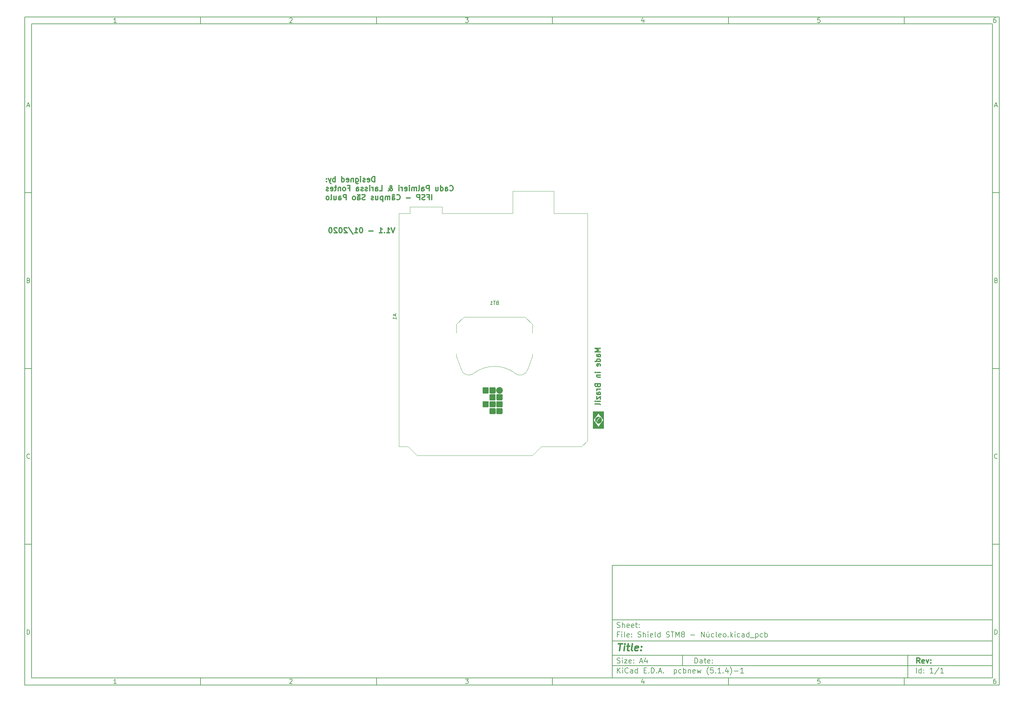
<source format=gbr>
G04 #@! TF.GenerationSoftware,KiCad,Pcbnew,(5.1.4)-1*
G04 #@! TF.CreationDate,2019-11-26T12:04:00-03:00*
G04 #@! TF.ProjectId,Shield STM8 - N_cleo,53686965-6c64-4205-9354-4d38202d204e,rev?*
G04 #@! TF.SameCoordinates,Original*
G04 #@! TF.FileFunction,Legend,Bot*
G04 #@! TF.FilePolarity,Positive*
%FSLAX46Y46*%
G04 Gerber Fmt 4.6, Leading zero omitted, Abs format (unit mm)*
G04 Created by KiCad (PCBNEW (5.1.4)-1) date 2019-11-26 12:04:00*
%MOMM*%
%LPD*%
G04 APERTURE LIST*
%ADD10C,0.100000*%
%ADD11C,0.150000*%
%ADD12C,0.300000*%
%ADD13C,0.400000*%
%ADD14C,0.010000*%
%ADD15C,0.120000*%
G04 APERTURE END LIST*
D10*
D11*
X177002200Y-166007200D02*
X177002200Y-198007200D01*
X285002200Y-198007200D01*
X285002200Y-166007200D01*
X177002200Y-166007200D01*
D10*
D11*
X10000000Y-10000000D02*
X10000000Y-200007200D01*
X287002200Y-200007200D01*
X287002200Y-10000000D01*
X10000000Y-10000000D01*
D10*
D11*
X12000000Y-12000000D02*
X12000000Y-198007200D01*
X285002200Y-198007200D01*
X285002200Y-12000000D01*
X12000000Y-12000000D01*
D10*
D11*
X60000000Y-12000000D02*
X60000000Y-10000000D01*
D10*
D11*
X110000000Y-12000000D02*
X110000000Y-10000000D01*
D10*
D11*
X160000000Y-12000000D02*
X160000000Y-10000000D01*
D10*
D11*
X210000000Y-12000000D02*
X210000000Y-10000000D01*
D10*
D11*
X260000000Y-12000000D02*
X260000000Y-10000000D01*
D10*
D11*
X36065476Y-11588095D02*
X35322619Y-11588095D01*
X35694047Y-11588095D02*
X35694047Y-10288095D01*
X35570238Y-10473809D01*
X35446428Y-10597619D01*
X35322619Y-10659523D01*
D10*
D11*
X85322619Y-10411904D02*
X85384523Y-10350000D01*
X85508333Y-10288095D01*
X85817857Y-10288095D01*
X85941666Y-10350000D01*
X86003571Y-10411904D01*
X86065476Y-10535714D01*
X86065476Y-10659523D01*
X86003571Y-10845238D01*
X85260714Y-11588095D01*
X86065476Y-11588095D01*
D10*
D11*
X135260714Y-10288095D02*
X136065476Y-10288095D01*
X135632142Y-10783333D01*
X135817857Y-10783333D01*
X135941666Y-10845238D01*
X136003571Y-10907142D01*
X136065476Y-11030952D01*
X136065476Y-11340476D01*
X136003571Y-11464285D01*
X135941666Y-11526190D01*
X135817857Y-11588095D01*
X135446428Y-11588095D01*
X135322619Y-11526190D01*
X135260714Y-11464285D01*
D10*
D11*
X185941666Y-10721428D02*
X185941666Y-11588095D01*
X185632142Y-10226190D02*
X185322619Y-11154761D01*
X186127380Y-11154761D01*
D10*
D11*
X236003571Y-10288095D02*
X235384523Y-10288095D01*
X235322619Y-10907142D01*
X235384523Y-10845238D01*
X235508333Y-10783333D01*
X235817857Y-10783333D01*
X235941666Y-10845238D01*
X236003571Y-10907142D01*
X236065476Y-11030952D01*
X236065476Y-11340476D01*
X236003571Y-11464285D01*
X235941666Y-11526190D01*
X235817857Y-11588095D01*
X235508333Y-11588095D01*
X235384523Y-11526190D01*
X235322619Y-11464285D01*
D10*
D11*
X285941666Y-10288095D02*
X285694047Y-10288095D01*
X285570238Y-10350000D01*
X285508333Y-10411904D01*
X285384523Y-10597619D01*
X285322619Y-10845238D01*
X285322619Y-11340476D01*
X285384523Y-11464285D01*
X285446428Y-11526190D01*
X285570238Y-11588095D01*
X285817857Y-11588095D01*
X285941666Y-11526190D01*
X286003571Y-11464285D01*
X286065476Y-11340476D01*
X286065476Y-11030952D01*
X286003571Y-10907142D01*
X285941666Y-10845238D01*
X285817857Y-10783333D01*
X285570238Y-10783333D01*
X285446428Y-10845238D01*
X285384523Y-10907142D01*
X285322619Y-11030952D01*
D10*
D11*
X60000000Y-198007200D02*
X60000000Y-200007200D01*
D10*
D11*
X110000000Y-198007200D02*
X110000000Y-200007200D01*
D10*
D11*
X160000000Y-198007200D02*
X160000000Y-200007200D01*
D10*
D11*
X210000000Y-198007200D02*
X210000000Y-200007200D01*
D10*
D11*
X260000000Y-198007200D02*
X260000000Y-200007200D01*
D10*
D11*
X36065476Y-199595295D02*
X35322619Y-199595295D01*
X35694047Y-199595295D02*
X35694047Y-198295295D01*
X35570238Y-198481009D01*
X35446428Y-198604819D01*
X35322619Y-198666723D01*
D10*
D11*
X85322619Y-198419104D02*
X85384523Y-198357200D01*
X85508333Y-198295295D01*
X85817857Y-198295295D01*
X85941666Y-198357200D01*
X86003571Y-198419104D01*
X86065476Y-198542914D01*
X86065476Y-198666723D01*
X86003571Y-198852438D01*
X85260714Y-199595295D01*
X86065476Y-199595295D01*
D10*
D11*
X135260714Y-198295295D02*
X136065476Y-198295295D01*
X135632142Y-198790533D01*
X135817857Y-198790533D01*
X135941666Y-198852438D01*
X136003571Y-198914342D01*
X136065476Y-199038152D01*
X136065476Y-199347676D01*
X136003571Y-199471485D01*
X135941666Y-199533390D01*
X135817857Y-199595295D01*
X135446428Y-199595295D01*
X135322619Y-199533390D01*
X135260714Y-199471485D01*
D10*
D11*
X185941666Y-198728628D02*
X185941666Y-199595295D01*
X185632142Y-198233390D02*
X185322619Y-199161961D01*
X186127380Y-199161961D01*
D10*
D11*
X236003571Y-198295295D02*
X235384523Y-198295295D01*
X235322619Y-198914342D01*
X235384523Y-198852438D01*
X235508333Y-198790533D01*
X235817857Y-198790533D01*
X235941666Y-198852438D01*
X236003571Y-198914342D01*
X236065476Y-199038152D01*
X236065476Y-199347676D01*
X236003571Y-199471485D01*
X235941666Y-199533390D01*
X235817857Y-199595295D01*
X235508333Y-199595295D01*
X235384523Y-199533390D01*
X235322619Y-199471485D01*
D10*
D11*
X285941666Y-198295295D02*
X285694047Y-198295295D01*
X285570238Y-198357200D01*
X285508333Y-198419104D01*
X285384523Y-198604819D01*
X285322619Y-198852438D01*
X285322619Y-199347676D01*
X285384523Y-199471485D01*
X285446428Y-199533390D01*
X285570238Y-199595295D01*
X285817857Y-199595295D01*
X285941666Y-199533390D01*
X286003571Y-199471485D01*
X286065476Y-199347676D01*
X286065476Y-199038152D01*
X286003571Y-198914342D01*
X285941666Y-198852438D01*
X285817857Y-198790533D01*
X285570238Y-198790533D01*
X285446428Y-198852438D01*
X285384523Y-198914342D01*
X285322619Y-199038152D01*
D10*
D11*
X10000000Y-60000000D02*
X12000000Y-60000000D01*
D10*
D11*
X10000000Y-110000000D02*
X12000000Y-110000000D01*
D10*
D11*
X10000000Y-160000000D02*
X12000000Y-160000000D01*
D10*
D11*
X10690476Y-35216666D02*
X11309523Y-35216666D01*
X10566666Y-35588095D02*
X11000000Y-34288095D01*
X11433333Y-35588095D01*
D10*
D11*
X11092857Y-84907142D02*
X11278571Y-84969047D01*
X11340476Y-85030952D01*
X11402380Y-85154761D01*
X11402380Y-85340476D01*
X11340476Y-85464285D01*
X11278571Y-85526190D01*
X11154761Y-85588095D01*
X10659523Y-85588095D01*
X10659523Y-84288095D01*
X11092857Y-84288095D01*
X11216666Y-84350000D01*
X11278571Y-84411904D01*
X11340476Y-84535714D01*
X11340476Y-84659523D01*
X11278571Y-84783333D01*
X11216666Y-84845238D01*
X11092857Y-84907142D01*
X10659523Y-84907142D01*
D10*
D11*
X11402380Y-135464285D02*
X11340476Y-135526190D01*
X11154761Y-135588095D01*
X11030952Y-135588095D01*
X10845238Y-135526190D01*
X10721428Y-135402380D01*
X10659523Y-135278571D01*
X10597619Y-135030952D01*
X10597619Y-134845238D01*
X10659523Y-134597619D01*
X10721428Y-134473809D01*
X10845238Y-134350000D01*
X11030952Y-134288095D01*
X11154761Y-134288095D01*
X11340476Y-134350000D01*
X11402380Y-134411904D01*
D10*
D11*
X10659523Y-185588095D02*
X10659523Y-184288095D01*
X10969047Y-184288095D01*
X11154761Y-184350000D01*
X11278571Y-184473809D01*
X11340476Y-184597619D01*
X11402380Y-184845238D01*
X11402380Y-185030952D01*
X11340476Y-185278571D01*
X11278571Y-185402380D01*
X11154761Y-185526190D01*
X10969047Y-185588095D01*
X10659523Y-185588095D01*
D10*
D11*
X287002200Y-60000000D02*
X285002200Y-60000000D01*
D10*
D11*
X287002200Y-110000000D02*
X285002200Y-110000000D01*
D10*
D11*
X287002200Y-160000000D02*
X285002200Y-160000000D01*
D10*
D11*
X285692676Y-35216666D02*
X286311723Y-35216666D01*
X285568866Y-35588095D02*
X286002200Y-34288095D01*
X286435533Y-35588095D01*
D10*
D11*
X286095057Y-84907142D02*
X286280771Y-84969047D01*
X286342676Y-85030952D01*
X286404580Y-85154761D01*
X286404580Y-85340476D01*
X286342676Y-85464285D01*
X286280771Y-85526190D01*
X286156961Y-85588095D01*
X285661723Y-85588095D01*
X285661723Y-84288095D01*
X286095057Y-84288095D01*
X286218866Y-84350000D01*
X286280771Y-84411904D01*
X286342676Y-84535714D01*
X286342676Y-84659523D01*
X286280771Y-84783333D01*
X286218866Y-84845238D01*
X286095057Y-84907142D01*
X285661723Y-84907142D01*
D10*
D11*
X286404580Y-135464285D02*
X286342676Y-135526190D01*
X286156961Y-135588095D01*
X286033152Y-135588095D01*
X285847438Y-135526190D01*
X285723628Y-135402380D01*
X285661723Y-135278571D01*
X285599819Y-135030952D01*
X285599819Y-134845238D01*
X285661723Y-134597619D01*
X285723628Y-134473809D01*
X285847438Y-134350000D01*
X286033152Y-134288095D01*
X286156961Y-134288095D01*
X286342676Y-134350000D01*
X286404580Y-134411904D01*
D10*
D11*
X285661723Y-185588095D02*
X285661723Y-184288095D01*
X285971247Y-184288095D01*
X286156961Y-184350000D01*
X286280771Y-184473809D01*
X286342676Y-184597619D01*
X286404580Y-184845238D01*
X286404580Y-185030952D01*
X286342676Y-185278571D01*
X286280771Y-185402380D01*
X286156961Y-185526190D01*
X285971247Y-185588095D01*
X285661723Y-185588095D01*
D10*
D11*
X200434342Y-193785771D02*
X200434342Y-192285771D01*
X200791485Y-192285771D01*
X201005771Y-192357200D01*
X201148628Y-192500057D01*
X201220057Y-192642914D01*
X201291485Y-192928628D01*
X201291485Y-193142914D01*
X201220057Y-193428628D01*
X201148628Y-193571485D01*
X201005771Y-193714342D01*
X200791485Y-193785771D01*
X200434342Y-193785771D01*
X202577200Y-193785771D02*
X202577200Y-193000057D01*
X202505771Y-192857200D01*
X202362914Y-192785771D01*
X202077200Y-192785771D01*
X201934342Y-192857200D01*
X202577200Y-193714342D02*
X202434342Y-193785771D01*
X202077200Y-193785771D01*
X201934342Y-193714342D01*
X201862914Y-193571485D01*
X201862914Y-193428628D01*
X201934342Y-193285771D01*
X202077200Y-193214342D01*
X202434342Y-193214342D01*
X202577200Y-193142914D01*
X203077200Y-192785771D02*
X203648628Y-192785771D01*
X203291485Y-192285771D02*
X203291485Y-193571485D01*
X203362914Y-193714342D01*
X203505771Y-193785771D01*
X203648628Y-193785771D01*
X204720057Y-193714342D02*
X204577200Y-193785771D01*
X204291485Y-193785771D01*
X204148628Y-193714342D01*
X204077200Y-193571485D01*
X204077200Y-193000057D01*
X204148628Y-192857200D01*
X204291485Y-192785771D01*
X204577200Y-192785771D01*
X204720057Y-192857200D01*
X204791485Y-193000057D01*
X204791485Y-193142914D01*
X204077200Y-193285771D01*
X205434342Y-193642914D02*
X205505771Y-193714342D01*
X205434342Y-193785771D01*
X205362914Y-193714342D01*
X205434342Y-193642914D01*
X205434342Y-193785771D01*
X205434342Y-192857200D02*
X205505771Y-192928628D01*
X205434342Y-193000057D01*
X205362914Y-192928628D01*
X205434342Y-192857200D01*
X205434342Y-193000057D01*
D10*
D11*
X177002200Y-194507200D02*
X285002200Y-194507200D01*
D10*
D11*
X178434342Y-196585771D02*
X178434342Y-195085771D01*
X179291485Y-196585771D02*
X178648628Y-195728628D01*
X179291485Y-195085771D02*
X178434342Y-195942914D01*
X179934342Y-196585771D02*
X179934342Y-195585771D01*
X179934342Y-195085771D02*
X179862914Y-195157200D01*
X179934342Y-195228628D01*
X180005771Y-195157200D01*
X179934342Y-195085771D01*
X179934342Y-195228628D01*
X181505771Y-196442914D02*
X181434342Y-196514342D01*
X181220057Y-196585771D01*
X181077200Y-196585771D01*
X180862914Y-196514342D01*
X180720057Y-196371485D01*
X180648628Y-196228628D01*
X180577200Y-195942914D01*
X180577200Y-195728628D01*
X180648628Y-195442914D01*
X180720057Y-195300057D01*
X180862914Y-195157200D01*
X181077200Y-195085771D01*
X181220057Y-195085771D01*
X181434342Y-195157200D01*
X181505771Y-195228628D01*
X182791485Y-196585771D02*
X182791485Y-195800057D01*
X182720057Y-195657200D01*
X182577200Y-195585771D01*
X182291485Y-195585771D01*
X182148628Y-195657200D01*
X182791485Y-196514342D02*
X182648628Y-196585771D01*
X182291485Y-196585771D01*
X182148628Y-196514342D01*
X182077200Y-196371485D01*
X182077200Y-196228628D01*
X182148628Y-196085771D01*
X182291485Y-196014342D01*
X182648628Y-196014342D01*
X182791485Y-195942914D01*
X184148628Y-196585771D02*
X184148628Y-195085771D01*
X184148628Y-196514342D02*
X184005771Y-196585771D01*
X183720057Y-196585771D01*
X183577200Y-196514342D01*
X183505771Y-196442914D01*
X183434342Y-196300057D01*
X183434342Y-195871485D01*
X183505771Y-195728628D01*
X183577200Y-195657200D01*
X183720057Y-195585771D01*
X184005771Y-195585771D01*
X184148628Y-195657200D01*
X186005771Y-195800057D02*
X186505771Y-195800057D01*
X186720057Y-196585771D02*
X186005771Y-196585771D01*
X186005771Y-195085771D01*
X186720057Y-195085771D01*
X187362914Y-196442914D02*
X187434342Y-196514342D01*
X187362914Y-196585771D01*
X187291485Y-196514342D01*
X187362914Y-196442914D01*
X187362914Y-196585771D01*
X188077200Y-196585771D02*
X188077200Y-195085771D01*
X188434342Y-195085771D01*
X188648628Y-195157200D01*
X188791485Y-195300057D01*
X188862914Y-195442914D01*
X188934342Y-195728628D01*
X188934342Y-195942914D01*
X188862914Y-196228628D01*
X188791485Y-196371485D01*
X188648628Y-196514342D01*
X188434342Y-196585771D01*
X188077200Y-196585771D01*
X189577200Y-196442914D02*
X189648628Y-196514342D01*
X189577200Y-196585771D01*
X189505771Y-196514342D01*
X189577200Y-196442914D01*
X189577200Y-196585771D01*
X190220057Y-196157200D02*
X190934342Y-196157200D01*
X190077200Y-196585771D02*
X190577200Y-195085771D01*
X191077200Y-196585771D01*
X191577200Y-196442914D02*
X191648628Y-196514342D01*
X191577200Y-196585771D01*
X191505771Y-196514342D01*
X191577200Y-196442914D01*
X191577200Y-196585771D01*
X194577200Y-195585771D02*
X194577200Y-197085771D01*
X194577200Y-195657200D02*
X194720057Y-195585771D01*
X195005771Y-195585771D01*
X195148628Y-195657200D01*
X195220057Y-195728628D01*
X195291485Y-195871485D01*
X195291485Y-196300057D01*
X195220057Y-196442914D01*
X195148628Y-196514342D01*
X195005771Y-196585771D01*
X194720057Y-196585771D01*
X194577200Y-196514342D01*
X196577200Y-196514342D02*
X196434342Y-196585771D01*
X196148628Y-196585771D01*
X196005771Y-196514342D01*
X195934342Y-196442914D01*
X195862914Y-196300057D01*
X195862914Y-195871485D01*
X195934342Y-195728628D01*
X196005771Y-195657200D01*
X196148628Y-195585771D01*
X196434342Y-195585771D01*
X196577200Y-195657200D01*
X197220057Y-196585771D02*
X197220057Y-195085771D01*
X197220057Y-195657200D02*
X197362914Y-195585771D01*
X197648628Y-195585771D01*
X197791485Y-195657200D01*
X197862914Y-195728628D01*
X197934342Y-195871485D01*
X197934342Y-196300057D01*
X197862914Y-196442914D01*
X197791485Y-196514342D01*
X197648628Y-196585771D01*
X197362914Y-196585771D01*
X197220057Y-196514342D01*
X198577200Y-195585771D02*
X198577200Y-196585771D01*
X198577200Y-195728628D02*
X198648628Y-195657200D01*
X198791485Y-195585771D01*
X199005771Y-195585771D01*
X199148628Y-195657200D01*
X199220057Y-195800057D01*
X199220057Y-196585771D01*
X200505771Y-196514342D02*
X200362914Y-196585771D01*
X200077200Y-196585771D01*
X199934342Y-196514342D01*
X199862914Y-196371485D01*
X199862914Y-195800057D01*
X199934342Y-195657200D01*
X200077200Y-195585771D01*
X200362914Y-195585771D01*
X200505771Y-195657200D01*
X200577200Y-195800057D01*
X200577200Y-195942914D01*
X199862914Y-196085771D01*
X201077200Y-195585771D02*
X201362914Y-196585771D01*
X201648628Y-195871485D01*
X201934342Y-196585771D01*
X202220057Y-195585771D01*
X204362914Y-197157200D02*
X204291485Y-197085771D01*
X204148628Y-196871485D01*
X204077200Y-196728628D01*
X204005771Y-196514342D01*
X203934342Y-196157200D01*
X203934342Y-195871485D01*
X204005771Y-195514342D01*
X204077200Y-195300057D01*
X204148628Y-195157200D01*
X204291485Y-194942914D01*
X204362914Y-194871485D01*
X205648628Y-195085771D02*
X204934342Y-195085771D01*
X204862914Y-195800057D01*
X204934342Y-195728628D01*
X205077200Y-195657200D01*
X205434342Y-195657200D01*
X205577200Y-195728628D01*
X205648628Y-195800057D01*
X205720057Y-195942914D01*
X205720057Y-196300057D01*
X205648628Y-196442914D01*
X205577200Y-196514342D01*
X205434342Y-196585771D01*
X205077200Y-196585771D01*
X204934342Y-196514342D01*
X204862914Y-196442914D01*
X206362914Y-196442914D02*
X206434342Y-196514342D01*
X206362914Y-196585771D01*
X206291485Y-196514342D01*
X206362914Y-196442914D01*
X206362914Y-196585771D01*
X207862914Y-196585771D02*
X207005771Y-196585771D01*
X207434342Y-196585771D02*
X207434342Y-195085771D01*
X207291485Y-195300057D01*
X207148628Y-195442914D01*
X207005771Y-195514342D01*
X208505771Y-196442914D02*
X208577200Y-196514342D01*
X208505771Y-196585771D01*
X208434342Y-196514342D01*
X208505771Y-196442914D01*
X208505771Y-196585771D01*
X209862914Y-195585771D02*
X209862914Y-196585771D01*
X209505771Y-195014342D02*
X209148628Y-196085771D01*
X210077200Y-196085771D01*
X210505771Y-197157200D02*
X210577200Y-197085771D01*
X210720057Y-196871485D01*
X210791485Y-196728628D01*
X210862914Y-196514342D01*
X210934342Y-196157200D01*
X210934342Y-195871485D01*
X210862914Y-195514342D01*
X210791485Y-195300057D01*
X210720057Y-195157200D01*
X210577200Y-194942914D01*
X210505771Y-194871485D01*
X211648628Y-196014342D02*
X212791485Y-196014342D01*
X214291485Y-196585771D02*
X213434342Y-196585771D01*
X213862914Y-196585771D02*
X213862914Y-195085771D01*
X213720057Y-195300057D01*
X213577200Y-195442914D01*
X213434342Y-195514342D01*
D10*
D11*
X177002200Y-191507200D02*
X285002200Y-191507200D01*
D10*
D12*
X264411485Y-193785771D02*
X263911485Y-193071485D01*
X263554342Y-193785771D02*
X263554342Y-192285771D01*
X264125771Y-192285771D01*
X264268628Y-192357200D01*
X264340057Y-192428628D01*
X264411485Y-192571485D01*
X264411485Y-192785771D01*
X264340057Y-192928628D01*
X264268628Y-193000057D01*
X264125771Y-193071485D01*
X263554342Y-193071485D01*
X265625771Y-193714342D02*
X265482914Y-193785771D01*
X265197200Y-193785771D01*
X265054342Y-193714342D01*
X264982914Y-193571485D01*
X264982914Y-193000057D01*
X265054342Y-192857200D01*
X265197200Y-192785771D01*
X265482914Y-192785771D01*
X265625771Y-192857200D01*
X265697200Y-193000057D01*
X265697200Y-193142914D01*
X264982914Y-193285771D01*
X266197200Y-192785771D02*
X266554342Y-193785771D01*
X266911485Y-192785771D01*
X267482914Y-193642914D02*
X267554342Y-193714342D01*
X267482914Y-193785771D01*
X267411485Y-193714342D01*
X267482914Y-193642914D01*
X267482914Y-193785771D01*
X267482914Y-192857200D02*
X267554342Y-192928628D01*
X267482914Y-193000057D01*
X267411485Y-192928628D01*
X267482914Y-192857200D01*
X267482914Y-193000057D01*
D10*
D11*
X178362914Y-193714342D02*
X178577200Y-193785771D01*
X178934342Y-193785771D01*
X179077200Y-193714342D01*
X179148628Y-193642914D01*
X179220057Y-193500057D01*
X179220057Y-193357200D01*
X179148628Y-193214342D01*
X179077200Y-193142914D01*
X178934342Y-193071485D01*
X178648628Y-193000057D01*
X178505771Y-192928628D01*
X178434342Y-192857200D01*
X178362914Y-192714342D01*
X178362914Y-192571485D01*
X178434342Y-192428628D01*
X178505771Y-192357200D01*
X178648628Y-192285771D01*
X179005771Y-192285771D01*
X179220057Y-192357200D01*
X179862914Y-193785771D02*
X179862914Y-192785771D01*
X179862914Y-192285771D02*
X179791485Y-192357200D01*
X179862914Y-192428628D01*
X179934342Y-192357200D01*
X179862914Y-192285771D01*
X179862914Y-192428628D01*
X180434342Y-192785771D02*
X181220057Y-192785771D01*
X180434342Y-193785771D01*
X181220057Y-193785771D01*
X182362914Y-193714342D02*
X182220057Y-193785771D01*
X181934342Y-193785771D01*
X181791485Y-193714342D01*
X181720057Y-193571485D01*
X181720057Y-193000057D01*
X181791485Y-192857200D01*
X181934342Y-192785771D01*
X182220057Y-192785771D01*
X182362914Y-192857200D01*
X182434342Y-193000057D01*
X182434342Y-193142914D01*
X181720057Y-193285771D01*
X183077200Y-193642914D02*
X183148628Y-193714342D01*
X183077200Y-193785771D01*
X183005771Y-193714342D01*
X183077200Y-193642914D01*
X183077200Y-193785771D01*
X183077200Y-192857200D02*
X183148628Y-192928628D01*
X183077200Y-193000057D01*
X183005771Y-192928628D01*
X183077200Y-192857200D01*
X183077200Y-193000057D01*
X184862914Y-193357200D02*
X185577200Y-193357200D01*
X184720057Y-193785771D02*
X185220057Y-192285771D01*
X185720057Y-193785771D01*
X186862914Y-192785771D02*
X186862914Y-193785771D01*
X186505771Y-192214342D02*
X186148628Y-193285771D01*
X187077200Y-193285771D01*
D10*
D11*
X263434342Y-196585771D02*
X263434342Y-195085771D01*
X264791485Y-196585771D02*
X264791485Y-195085771D01*
X264791485Y-196514342D02*
X264648628Y-196585771D01*
X264362914Y-196585771D01*
X264220057Y-196514342D01*
X264148628Y-196442914D01*
X264077200Y-196300057D01*
X264077200Y-195871485D01*
X264148628Y-195728628D01*
X264220057Y-195657200D01*
X264362914Y-195585771D01*
X264648628Y-195585771D01*
X264791485Y-195657200D01*
X265505771Y-196442914D02*
X265577200Y-196514342D01*
X265505771Y-196585771D01*
X265434342Y-196514342D01*
X265505771Y-196442914D01*
X265505771Y-196585771D01*
X265505771Y-195657200D02*
X265577200Y-195728628D01*
X265505771Y-195800057D01*
X265434342Y-195728628D01*
X265505771Y-195657200D01*
X265505771Y-195800057D01*
X268148628Y-196585771D02*
X267291485Y-196585771D01*
X267720057Y-196585771D02*
X267720057Y-195085771D01*
X267577200Y-195300057D01*
X267434342Y-195442914D01*
X267291485Y-195514342D01*
X269862914Y-195014342D02*
X268577200Y-196942914D01*
X271148628Y-196585771D02*
X270291485Y-196585771D01*
X270720057Y-196585771D02*
X270720057Y-195085771D01*
X270577200Y-195300057D01*
X270434342Y-195442914D01*
X270291485Y-195514342D01*
D10*
D11*
X177002200Y-187507200D02*
X285002200Y-187507200D01*
D10*
D13*
X178714580Y-188211961D02*
X179857438Y-188211961D01*
X179036009Y-190211961D02*
X179286009Y-188211961D01*
X180274104Y-190211961D02*
X180440771Y-188878628D01*
X180524104Y-188211961D02*
X180416961Y-188307200D01*
X180500295Y-188402438D01*
X180607438Y-188307200D01*
X180524104Y-188211961D01*
X180500295Y-188402438D01*
X181107438Y-188878628D02*
X181869342Y-188878628D01*
X181476485Y-188211961D02*
X181262200Y-189926247D01*
X181333628Y-190116723D01*
X181512200Y-190211961D01*
X181702676Y-190211961D01*
X182655057Y-190211961D02*
X182476485Y-190116723D01*
X182405057Y-189926247D01*
X182619342Y-188211961D01*
X184190771Y-190116723D02*
X183988390Y-190211961D01*
X183607438Y-190211961D01*
X183428866Y-190116723D01*
X183357438Y-189926247D01*
X183452676Y-189164342D01*
X183571723Y-188973866D01*
X183774104Y-188878628D01*
X184155057Y-188878628D01*
X184333628Y-188973866D01*
X184405057Y-189164342D01*
X184381247Y-189354819D01*
X183405057Y-189545295D01*
X185155057Y-190021485D02*
X185238390Y-190116723D01*
X185131247Y-190211961D01*
X185047914Y-190116723D01*
X185155057Y-190021485D01*
X185131247Y-190211961D01*
X185286009Y-188973866D02*
X185369342Y-189069104D01*
X185262200Y-189164342D01*
X185178866Y-189069104D01*
X185286009Y-188973866D01*
X185262200Y-189164342D01*
D10*
D11*
X178934342Y-185600057D02*
X178434342Y-185600057D01*
X178434342Y-186385771D02*
X178434342Y-184885771D01*
X179148628Y-184885771D01*
X179720057Y-186385771D02*
X179720057Y-185385771D01*
X179720057Y-184885771D02*
X179648628Y-184957200D01*
X179720057Y-185028628D01*
X179791485Y-184957200D01*
X179720057Y-184885771D01*
X179720057Y-185028628D01*
X180648628Y-186385771D02*
X180505771Y-186314342D01*
X180434342Y-186171485D01*
X180434342Y-184885771D01*
X181791485Y-186314342D02*
X181648628Y-186385771D01*
X181362914Y-186385771D01*
X181220057Y-186314342D01*
X181148628Y-186171485D01*
X181148628Y-185600057D01*
X181220057Y-185457200D01*
X181362914Y-185385771D01*
X181648628Y-185385771D01*
X181791485Y-185457200D01*
X181862914Y-185600057D01*
X181862914Y-185742914D01*
X181148628Y-185885771D01*
X182505771Y-186242914D02*
X182577200Y-186314342D01*
X182505771Y-186385771D01*
X182434342Y-186314342D01*
X182505771Y-186242914D01*
X182505771Y-186385771D01*
X182505771Y-185457200D02*
X182577200Y-185528628D01*
X182505771Y-185600057D01*
X182434342Y-185528628D01*
X182505771Y-185457200D01*
X182505771Y-185600057D01*
X184291485Y-186314342D02*
X184505771Y-186385771D01*
X184862914Y-186385771D01*
X185005771Y-186314342D01*
X185077200Y-186242914D01*
X185148628Y-186100057D01*
X185148628Y-185957200D01*
X185077200Y-185814342D01*
X185005771Y-185742914D01*
X184862914Y-185671485D01*
X184577200Y-185600057D01*
X184434342Y-185528628D01*
X184362914Y-185457200D01*
X184291485Y-185314342D01*
X184291485Y-185171485D01*
X184362914Y-185028628D01*
X184434342Y-184957200D01*
X184577200Y-184885771D01*
X184934342Y-184885771D01*
X185148628Y-184957200D01*
X185791485Y-186385771D02*
X185791485Y-184885771D01*
X186434342Y-186385771D02*
X186434342Y-185600057D01*
X186362914Y-185457200D01*
X186220057Y-185385771D01*
X186005771Y-185385771D01*
X185862914Y-185457200D01*
X185791485Y-185528628D01*
X187148628Y-186385771D02*
X187148628Y-185385771D01*
X187148628Y-184885771D02*
X187077200Y-184957200D01*
X187148628Y-185028628D01*
X187220057Y-184957200D01*
X187148628Y-184885771D01*
X187148628Y-185028628D01*
X188434342Y-186314342D02*
X188291485Y-186385771D01*
X188005771Y-186385771D01*
X187862914Y-186314342D01*
X187791485Y-186171485D01*
X187791485Y-185600057D01*
X187862914Y-185457200D01*
X188005771Y-185385771D01*
X188291485Y-185385771D01*
X188434342Y-185457200D01*
X188505771Y-185600057D01*
X188505771Y-185742914D01*
X187791485Y-185885771D01*
X189362914Y-186385771D02*
X189220057Y-186314342D01*
X189148628Y-186171485D01*
X189148628Y-184885771D01*
X190577200Y-186385771D02*
X190577200Y-184885771D01*
X190577200Y-186314342D02*
X190434342Y-186385771D01*
X190148628Y-186385771D01*
X190005771Y-186314342D01*
X189934342Y-186242914D01*
X189862914Y-186100057D01*
X189862914Y-185671485D01*
X189934342Y-185528628D01*
X190005771Y-185457200D01*
X190148628Y-185385771D01*
X190434342Y-185385771D01*
X190577200Y-185457200D01*
X192362914Y-186314342D02*
X192577200Y-186385771D01*
X192934342Y-186385771D01*
X193077200Y-186314342D01*
X193148628Y-186242914D01*
X193220057Y-186100057D01*
X193220057Y-185957200D01*
X193148628Y-185814342D01*
X193077200Y-185742914D01*
X192934342Y-185671485D01*
X192648628Y-185600057D01*
X192505771Y-185528628D01*
X192434342Y-185457200D01*
X192362914Y-185314342D01*
X192362914Y-185171485D01*
X192434342Y-185028628D01*
X192505771Y-184957200D01*
X192648628Y-184885771D01*
X193005771Y-184885771D01*
X193220057Y-184957200D01*
X193648628Y-184885771D02*
X194505771Y-184885771D01*
X194077200Y-186385771D02*
X194077200Y-184885771D01*
X195005771Y-186385771D02*
X195005771Y-184885771D01*
X195505771Y-185957200D01*
X196005771Y-184885771D01*
X196005771Y-186385771D01*
X196934342Y-185528628D02*
X196791485Y-185457200D01*
X196720057Y-185385771D01*
X196648628Y-185242914D01*
X196648628Y-185171485D01*
X196720057Y-185028628D01*
X196791485Y-184957200D01*
X196934342Y-184885771D01*
X197220057Y-184885771D01*
X197362914Y-184957200D01*
X197434342Y-185028628D01*
X197505771Y-185171485D01*
X197505771Y-185242914D01*
X197434342Y-185385771D01*
X197362914Y-185457200D01*
X197220057Y-185528628D01*
X196934342Y-185528628D01*
X196791485Y-185600057D01*
X196720057Y-185671485D01*
X196648628Y-185814342D01*
X196648628Y-186100057D01*
X196720057Y-186242914D01*
X196791485Y-186314342D01*
X196934342Y-186385771D01*
X197220057Y-186385771D01*
X197362914Y-186314342D01*
X197434342Y-186242914D01*
X197505771Y-186100057D01*
X197505771Y-185814342D01*
X197434342Y-185671485D01*
X197362914Y-185600057D01*
X197220057Y-185528628D01*
X199291485Y-185814342D02*
X200434342Y-185814342D01*
X202291485Y-186385771D02*
X202291485Y-184885771D01*
X203148628Y-186385771D01*
X203148628Y-184885771D01*
X204505771Y-185385771D02*
X204505771Y-186385771D01*
X203862914Y-185385771D02*
X203862914Y-186171485D01*
X203934342Y-186314342D01*
X204077200Y-186385771D01*
X204291485Y-186385771D01*
X204434342Y-186314342D01*
X204505771Y-186242914D01*
X204362914Y-184814342D02*
X204148628Y-185028628D01*
X205862914Y-186314342D02*
X205720057Y-186385771D01*
X205434342Y-186385771D01*
X205291485Y-186314342D01*
X205220057Y-186242914D01*
X205148628Y-186100057D01*
X205148628Y-185671485D01*
X205220057Y-185528628D01*
X205291485Y-185457200D01*
X205434342Y-185385771D01*
X205720057Y-185385771D01*
X205862914Y-185457200D01*
X206720057Y-186385771D02*
X206577200Y-186314342D01*
X206505771Y-186171485D01*
X206505771Y-184885771D01*
X207862914Y-186314342D02*
X207720057Y-186385771D01*
X207434342Y-186385771D01*
X207291485Y-186314342D01*
X207220057Y-186171485D01*
X207220057Y-185600057D01*
X207291485Y-185457200D01*
X207434342Y-185385771D01*
X207720057Y-185385771D01*
X207862914Y-185457200D01*
X207934342Y-185600057D01*
X207934342Y-185742914D01*
X207220057Y-185885771D01*
X208791485Y-186385771D02*
X208648628Y-186314342D01*
X208577200Y-186242914D01*
X208505771Y-186100057D01*
X208505771Y-185671485D01*
X208577200Y-185528628D01*
X208648628Y-185457200D01*
X208791485Y-185385771D01*
X209005771Y-185385771D01*
X209148628Y-185457200D01*
X209220057Y-185528628D01*
X209291485Y-185671485D01*
X209291485Y-186100057D01*
X209220057Y-186242914D01*
X209148628Y-186314342D01*
X209005771Y-186385771D01*
X208791485Y-186385771D01*
X209934342Y-186242914D02*
X210005771Y-186314342D01*
X209934342Y-186385771D01*
X209862914Y-186314342D01*
X209934342Y-186242914D01*
X209934342Y-186385771D01*
X210648628Y-186385771D02*
X210648628Y-184885771D01*
X210791485Y-185814342D02*
X211220057Y-186385771D01*
X211220057Y-185385771D02*
X210648628Y-185957200D01*
X211862914Y-186385771D02*
X211862914Y-185385771D01*
X211862914Y-184885771D02*
X211791485Y-184957200D01*
X211862914Y-185028628D01*
X211934342Y-184957200D01*
X211862914Y-184885771D01*
X211862914Y-185028628D01*
X213220057Y-186314342D02*
X213077200Y-186385771D01*
X212791485Y-186385771D01*
X212648628Y-186314342D01*
X212577200Y-186242914D01*
X212505771Y-186100057D01*
X212505771Y-185671485D01*
X212577200Y-185528628D01*
X212648628Y-185457200D01*
X212791485Y-185385771D01*
X213077200Y-185385771D01*
X213220057Y-185457200D01*
X214505771Y-186385771D02*
X214505771Y-185600057D01*
X214434342Y-185457200D01*
X214291485Y-185385771D01*
X214005771Y-185385771D01*
X213862914Y-185457200D01*
X214505771Y-186314342D02*
X214362914Y-186385771D01*
X214005771Y-186385771D01*
X213862914Y-186314342D01*
X213791485Y-186171485D01*
X213791485Y-186028628D01*
X213862914Y-185885771D01*
X214005771Y-185814342D01*
X214362914Y-185814342D01*
X214505771Y-185742914D01*
X215862914Y-186385771D02*
X215862914Y-184885771D01*
X215862914Y-186314342D02*
X215720057Y-186385771D01*
X215434342Y-186385771D01*
X215291485Y-186314342D01*
X215220057Y-186242914D01*
X215148628Y-186100057D01*
X215148628Y-185671485D01*
X215220057Y-185528628D01*
X215291485Y-185457200D01*
X215434342Y-185385771D01*
X215720057Y-185385771D01*
X215862914Y-185457200D01*
X216220057Y-186528628D02*
X217362914Y-186528628D01*
X217720057Y-185385771D02*
X217720057Y-186885771D01*
X217720057Y-185457200D02*
X217862914Y-185385771D01*
X218148628Y-185385771D01*
X218291485Y-185457200D01*
X218362914Y-185528628D01*
X218434342Y-185671485D01*
X218434342Y-186100057D01*
X218362914Y-186242914D01*
X218291485Y-186314342D01*
X218148628Y-186385771D01*
X217862914Y-186385771D01*
X217720057Y-186314342D01*
X219720057Y-186314342D02*
X219577200Y-186385771D01*
X219291485Y-186385771D01*
X219148628Y-186314342D01*
X219077200Y-186242914D01*
X219005771Y-186100057D01*
X219005771Y-185671485D01*
X219077200Y-185528628D01*
X219148628Y-185457200D01*
X219291485Y-185385771D01*
X219577200Y-185385771D01*
X219720057Y-185457200D01*
X220362914Y-186385771D02*
X220362914Y-184885771D01*
X220362914Y-185457200D02*
X220505771Y-185385771D01*
X220791485Y-185385771D01*
X220934342Y-185457200D01*
X221005771Y-185528628D01*
X221077200Y-185671485D01*
X221077200Y-186100057D01*
X221005771Y-186242914D01*
X220934342Y-186314342D01*
X220791485Y-186385771D01*
X220505771Y-186385771D01*
X220362914Y-186314342D01*
D10*
D11*
X177002200Y-181507200D02*
X285002200Y-181507200D01*
D10*
D11*
X178362914Y-183614342D02*
X178577200Y-183685771D01*
X178934342Y-183685771D01*
X179077200Y-183614342D01*
X179148628Y-183542914D01*
X179220057Y-183400057D01*
X179220057Y-183257200D01*
X179148628Y-183114342D01*
X179077200Y-183042914D01*
X178934342Y-182971485D01*
X178648628Y-182900057D01*
X178505771Y-182828628D01*
X178434342Y-182757200D01*
X178362914Y-182614342D01*
X178362914Y-182471485D01*
X178434342Y-182328628D01*
X178505771Y-182257200D01*
X178648628Y-182185771D01*
X179005771Y-182185771D01*
X179220057Y-182257200D01*
X179862914Y-183685771D02*
X179862914Y-182185771D01*
X180505771Y-183685771D02*
X180505771Y-182900057D01*
X180434342Y-182757200D01*
X180291485Y-182685771D01*
X180077200Y-182685771D01*
X179934342Y-182757200D01*
X179862914Y-182828628D01*
X181791485Y-183614342D02*
X181648628Y-183685771D01*
X181362914Y-183685771D01*
X181220057Y-183614342D01*
X181148628Y-183471485D01*
X181148628Y-182900057D01*
X181220057Y-182757200D01*
X181362914Y-182685771D01*
X181648628Y-182685771D01*
X181791485Y-182757200D01*
X181862914Y-182900057D01*
X181862914Y-183042914D01*
X181148628Y-183185771D01*
X183077200Y-183614342D02*
X182934342Y-183685771D01*
X182648628Y-183685771D01*
X182505771Y-183614342D01*
X182434342Y-183471485D01*
X182434342Y-182900057D01*
X182505771Y-182757200D01*
X182648628Y-182685771D01*
X182934342Y-182685771D01*
X183077200Y-182757200D01*
X183148628Y-182900057D01*
X183148628Y-183042914D01*
X182434342Y-183185771D01*
X183577200Y-182685771D02*
X184148628Y-182685771D01*
X183791485Y-182185771D02*
X183791485Y-183471485D01*
X183862914Y-183614342D01*
X184005771Y-183685771D01*
X184148628Y-183685771D01*
X184648628Y-183542914D02*
X184720057Y-183614342D01*
X184648628Y-183685771D01*
X184577200Y-183614342D01*
X184648628Y-183542914D01*
X184648628Y-183685771D01*
X184648628Y-182757200D02*
X184720057Y-182828628D01*
X184648628Y-182900057D01*
X184577200Y-182828628D01*
X184648628Y-182757200D01*
X184648628Y-182900057D01*
D10*
D11*
X197002200Y-191507200D02*
X197002200Y-194507200D01*
D10*
D11*
X261002200Y-191507200D02*
X261002200Y-198007200D01*
D12*
X115178571Y-69928571D02*
X114678571Y-71428571D01*
X114178571Y-69928571D01*
X112892857Y-71428571D02*
X113750000Y-71428571D01*
X113321428Y-71428571D02*
X113321428Y-69928571D01*
X113464285Y-70142857D01*
X113607142Y-70285714D01*
X113750000Y-70357142D01*
X112250000Y-71285714D02*
X112178571Y-71357142D01*
X112250000Y-71428571D01*
X112321428Y-71357142D01*
X112250000Y-71285714D01*
X112250000Y-71428571D01*
X110750000Y-71428571D02*
X111607142Y-71428571D01*
X111178571Y-71428571D02*
X111178571Y-69928571D01*
X111321428Y-70142857D01*
X111464285Y-70285714D01*
X111607142Y-70357142D01*
X108964285Y-70857142D02*
X107821428Y-70857142D01*
X105678571Y-69928571D02*
X105535714Y-69928571D01*
X105392857Y-70000000D01*
X105321428Y-70071428D01*
X105250000Y-70214285D01*
X105178571Y-70500000D01*
X105178571Y-70857142D01*
X105250000Y-71142857D01*
X105321428Y-71285714D01*
X105392857Y-71357142D01*
X105535714Y-71428571D01*
X105678571Y-71428571D01*
X105821428Y-71357142D01*
X105892857Y-71285714D01*
X105964285Y-71142857D01*
X106035714Y-70857142D01*
X106035714Y-70500000D01*
X105964285Y-70214285D01*
X105892857Y-70071428D01*
X105821428Y-70000000D01*
X105678571Y-69928571D01*
X103750000Y-71428571D02*
X104607142Y-71428571D01*
X104178571Y-71428571D02*
X104178571Y-69928571D01*
X104321428Y-70142857D01*
X104464285Y-70285714D01*
X104607142Y-70357142D01*
X102035714Y-69857142D02*
X103321428Y-71785714D01*
X101607142Y-70071428D02*
X101535714Y-70000000D01*
X101392857Y-69928571D01*
X101035714Y-69928571D01*
X100892857Y-70000000D01*
X100821428Y-70071428D01*
X100750000Y-70214285D01*
X100750000Y-70357142D01*
X100821428Y-70571428D01*
X101678571Y-71428571D01*
X100750000Y-71428571D01*
X99821428Y-69928571D02*
X99678571Y-69928571D01*
X99535714Y-70000000D01*
X99464285Y-70071428D01*
X99392857Y-70214285D01*
X99321428Y-70500000D01*
X99321428Y-70857142D01*
X99392857Y-71142857D01*
X99464285Y-71285714D01*
X99535714Y-71357142D01*
X99678571Y-71428571D01*
X99821428Y-71428571D01*
X99964285Y-71357142D01*
X100035714Y-71285714D01*
X100107142Y-71142857D01*
X100178571Y-70857142D01*
X100178571Y-70500000D01*
X100107142Y-70214285D01*
X100035714Y-70071428D01*
X99964285Y-70000000D01*
X99821428Y-69928571D01*
X98750000Y-70071428D02*
X98678571Y-70000000D01*
X98535714Y-69928571D01*
X98178571Y-69928571D01*
X98035714Y-70000000D01*
X97964285Y-70071428D01*
X97892857Y-70214285D01*
X97892857Y-70357142D01*
X97964285Y-70571428D01*
X98821428Y-71428571D01*
X97892857Y-71428571D01*
X96964285Y-69928571D02*
X96821428Y-69928571D01*
X96678571Y-70000000D01*
X96607142Y-70071428D01*
X96535714Y-70214285D01*
X96464285Y-70500000D01*
X96464285Y-70857142D01*
X96535714Y-71142857D01*
X96607142Y-71285714D01*
X96678571Y-71357142D01*
X96821428Y-71428571D01*
X96964285Y-71428571D01*
X97107142Y-71357142D01*
X97178571Y-71285714D01*
X97250000Y-71142857D01*
X97321428Y-70857142D01*
X97321428Y-70500000D01*
X97250000Y-70214285D01*
X97178571Y-70071428D01*
X97107142Y-70000000D01*
X96964285Y-69928571D01*
X173603571Y-104271428D02*
X172103571Y-104271428D01*
X173175000Y-104771428D01*
X172103571Y-105271428D01*
X173603571Y-105271428D01*
X173603571Y-106628571D02*
X172817857Y-106628571D01*
X172675000Y-106557142D01*
X172603571Y-106414285D01*
X172603571Y-106128571D01*
X172675000Y-105985714D01*
X173532142Y-106628571D02*
X173603571Y-106485714D01*
X173603571Y-106128571D01*
X173532142Y-105985714D01*
X173389285Y-105914285D01*
X173246428Y-105914285D01*
X173103571Y-105985714D01*
X173032142Y-106128571D01*
X173032142Y-106485714D01*
X172960714Y-106628571D01*
X173603571Y-107985714D02*
X172103571Y-107985714D01*
X173532142Y-107985714D02*
X173603571Y-107842857D01*
X173603571Y-107557142D01*
X173532142Y-107414285D01*
X173460714Y-107342857D01*
X173317857Y-107271428D01*
X172889285Y-107271428D01*
X172746428Y-107342857D01*
X172675000Y-107414285D01*
X172603571Y-107557142D01*
X172603571Y-107842857D01*
X172675000Y-107985714D01*
X173532142Y-109271428D02*
X173603571Y-109128571D01*
X173603571Y-108842857D01*
X173532142Y-108700000D01*
X173389285Y-108628571D01*
X172817857Y-108628571D01*
X172675000Y-108700000D01*
X172603571Y-108842857D01*
X172603571Y-109128571D01*
X172675000Y-109271428D01*
X172817857Y-109342857D01*
X172960714Y-109342857D01*
X173103571Y-108628571D01*
X173603571Y-111128571D02*
X172603571Y-111128571D01*
X172103571Y-111128571D02*
X172175000Y-111057142D01*
X172246428Y-111128571D01*
X172175000Y-111200000D01*
X172103571Y-111128571D01*
X172246428Y-111128571D01*
X172603571Y-111842857D02*
X173603571Y-111842857D01*
X172746428Y-111842857D02*
X172675000Y-111914285D01*
X172603571Y-112057142D01*
X172603571Y-112271428D01*
X172675000Y-112414285D01*
X172817857Y-112485714D01*
X173603571Y-112485714D01*
X172817857Y-114842857D02*
X172889285Y-115057142D01*
X172960714Y-115128571D01*
X173103571Y-115200000D01*
X173317857Y-115200000D01*
X173460714Y-115128571D01*
X173532142Y-115057142D01*
X173603571Y-114914285D01*
X173603571Y-114342857D01*
X172103571Y-114342857D01*
X172103571Y-114842857D01*
X172175000Y-114985714D01*
X172246428Y-115057142D01*
X172389285Y-115128571D01*
X172532142Y-115128571D01*
X172675000Y-115057142D01*
X172746428Y-114985714D01*
X172817857Y-114842857D01*
X172817857Y-114342857D01*
X173603571Y-115842857D02*
X172603571Y-115842857D01*
X172889285Y-115842857D02*
X172746428Y-115914285D01*
X172675000Y-115985714D01*
X172603571Y-116128571D01*
X172603571Y-116271428D01*
X173603571Y-117414285D02*
X172817857Y-117414285D01*
X172675000Y-117342857D01*
X172603571Y-117200000D01*
X172603571Y-116914285D01*
X172675000Y-116771428D01*
X173532142Y-117414285D02*
X173603571Y-117271428D01*
X173603571Y-116914285D01*
X173532142Y-116771428D01*
X173389285Y-116700000D01*
X173246428Y-116700000D01*
X173103571Y-116771428D01*
X173032142Y-116914285D01*
X173032142Y-117271428D01*
X172960714Y-117414285D01*
X172603571Y-117985714D02*
X172603571Y-118771428D01*
X173603571Y-117985714D01*
X173603571Y-118771428D01*
X173603571Y-119342857D02*
X172603571Y-119342857D01*
X172103571Y-119342857D02*
X172175000Y-119271428D01*
X172246428Y-119342857D01*
X172175000Y-119414285D01*
X172103571Y-119342857D01*
X172246428Y-119342857D01*
X173603571Y-120271428D02*
X173532142Y-120128571D01*
X173389285Y-120057142D01*
X172103571Y-120057142D01*
X109466428Y-56928571D02*
X109466428Y-55428571D01*
X109109285Y-55428571D01*
X108895000Y-55500000D01*
X108752142Y-55642857D01*
X108680714Y-55785714D01*
X108609285Y-56071428D01*
X108609285Y-56285714D01*
X108680714Y-56571428D01*
X108752142Y-56714285D01*
X108895000Y-56857142D01*
X109109285Y-56928571D01*
X109466428Y-56928571D01*
X107395000Y-56857142D02*
X107537857Y-56928571D01*
X107823571Y-56928571D01*
X107966428Y-56857142D01*
X108037857Y-56714285D01*
X108037857Y-56142857D01*
X107966428Y-56000000D01*
X107823571Y-55928571D01*
X107537857Y-55928571D01*
X107395000Y-56000000D01*
X107323571Y-56142857D01*
X107323571Y-56285714D01*
X108037857Y-56428571D01*
X106752142Y-56857142D02*
X106609285Y-56928571D01*
X106323571Y-56928571D01*
X106180714Y-56857142D01*
X106109285Y-56714285D01*
X106109285Y-56642857D01*
X106180714Y-56500000D01*
X106323571Y-56428571D01*
X106537857Y-56428571D01*
X106680714Y-56357142D01*
X106752142Y-56214285D01*
X106752142Y-56142857D01*
X106680714Y-56000000D01*
X106537857Y-55928571D01*
X106323571Y-55928571D01*
X106180714Y-56000000D01*
X105466428Y-56928571D02*
X105466428Y-55928571D01*
X105466428Y-55428571D02*
X105537857Y-55500000D01*
X105466428Y-55571428D01*
X105395000Y-55500000D01*
X105466428Y-55428571D01*
X105466428Y-55571428D01*
X104109285Y-55928571D02*
X104109285Y-57142857D01*
X104180714Y-57285714D01*
X104252142Y-57357142D01*
X104395000Y-57428571D01*
X104609285Y-57428571D01*
X104752142Y-57357142D01*
X104109285Y-56857142D02*
X104252142Y-56928571D01*
X104537857Y-56928571D01*
X104680714Y-56857142D01*
X104752142Y-56785714D01*
X104823571Y-56642857D01*
X104823571Y-56214285D01*
X104752142Y-56071428D01*
X104680714Y-56000000D01*
X104537857Y-55928571D01*
X104252142Y-55928571D01*
X104109285Y-56000000D01*
X103395000Y-55928571D02*
X103395000Y-56928571D01*
X103395000Y-56071428D02*
X103323571Y-56000000D01*
X103180714Y-55928571D01*
X102966428Y-55928571D01*
X102823571Y-56000000D01*
X102752142Y-56142857D01*
X102752142Y-56928571D01*
X101466428Y-56857142D02*
X101609285Y-56928571D01*
X101895000Y-56928571D01*
X102037857Y-56857142D01*
X102109285Y-56714285D01*
X102109285Y-56142857D01*
X102037857Y-56000000D01*
X101895000Y-55928571D01*
X101609285Y-55928571D01*
X101466428Y-56000000D01*
X101395000Y-56142857D01*
X101395000Y-56285714D01*
X102109285Y-56428571D01*
X100109285Y-56928571D02*
X100109285Y-55428571D01*
X100109285Y-56857142D02*
X100252142Y-56928571D01*
X100537857Y-56928571D01*
X100680714Y-56857142D01*
X100752142Y-56785714D01*
X100823571Y-56642857D01*
X100823571Y-56214285D01*
X100752142Y-56071428D01*
X100680714Y-56000000D01*
X100537857Y-55928571D01*
X100252142Y-55928571D01*
X100109285Y-56000000D01*
X98252142Y-56928571D02*
X98252142Y-55428571D01*
X98252142Y-56000000D02*
X98109285Y-55928571D01*
X97823571Y-55928571D01*
X97680714Y-56000000D01*
X97609285Y-56071428D01*
X97537857Y-56214285D01*
X97537857Y-56642857D01*
X97609285Y-56785714D01*
X97680714Y-56857142D01*
X97823571Y-56928571D01*
X98109285Y-56928571D01*
X98252142Y-56857142D01*
X97037857Y-55928571D02*
X96680714Y-56928571D01*
X96323571Y-55928571D02*
X96680714Y-56928571D01*
X96823571Y-57285714D01*
X96895000Y-57357142D01*
X97037857Y-57428571D01*
X95752142Y-56785714D02*
X95680714Y-56857142D01*
X95752142Y-56928571D01*
X95823571Y-56857142D01*
X95752142Y-56785714D01*
X95752142Y-56928571D01*
X95752142Y-56000000D02*
X95680714Y-56071428D01*
X95752142Y-56142857D01*
X95823571Y-56071428D01*
X95752142Y-56000000D01*
X95752142Y-56142857D01*
X130823571Y-59335714D02*
X130895000Y-59407142D01*
X131109285Y-59478571D01*
X131252142Y-59478571D01*
X131466428Y-59407142D01*
X131609285Y-59264285D01*
X131680714Y-59121428D01*
X131752142Y-58835714D01*
X131752142Y-58621428D01*
X131680714Y-58335714D01*
X131609285Y-58192857D01*
X131466428Y-58050000D01*
X131252142Y-57978571D01*
X131109285Y-57978571D01*
X130895000Y-58050000D01*
X130823571Y-58121428D01*
X129537857Y-59478571D02*
X129537857Y-58692857D01*
X129609285Y-58550000D01*
X129752142Y-58478571D01*
X130037857Y-58478571D01*
X130180714Y-58550000D01*
X129537857Y-59407142D02*
X129680714Y-59478571D01*
X130037857Y-59478571D01*
X130180714Y-59407142D01*
X130252142Y-59264285D01*
X130252142Y-59121428D01*
X130180714Y-58978571D01*
X130037857Y-58907142D01*
X129680714Y-58907142D01*
X129537857Y-58835714D01*
X128180714Y-59478571D02*
X128180714Y-57978571D01*
X128180714Y-59407142D02*
X128323571Y-59478571D01*
X128609285Y-59478571D01*
X128752142Y-59407142D01*
X128823571Y-59335714D01*
X128895000Y-59192857D01*
X128895000Y-58764285D01*
X128823571Y-58621428D01*
X128752142Y-58550000D01*
X128609285Y-58478571D01*
X128323571Y-58478571D01*
X128180714Y-58550000D01*
X126823571Y-58478571D02*
X126823571Y-59478571D01*
X127466428Y-58478571D02*
X127466428Y-59264285D01*
X127395000Y-59407142D01*
X127252142Y-59478571D01*
X127037857Y-59478571D01*
X126895000Y-59407142D01*
X126823571Y-59335714D01*
X124966428Y-59478571D02*
X124966428Y-57978571D01*
X124395000Y-57978571D01*
X124252142Y-58050000D01*
X124180714Y-58121428D01*
X124109285Y-58264285D01*
X124109285Y-58478571D01*
X124180714Y-58621428D01*
X124252142Y-58692857D01*
X124395000Y-58764285D01*
X124966428Y-58764285D01*
X122823571Y-59478571D02*
X122823571Y-58692857D01*
X122895000Y-58550000D01*
X123037857Y-58478571D01*
X123323571Y-58478571D01*
X123466428Y-58550000D01*
X122823571Y-59407142D02*
X122966428Y-59478571D01*
X123323571Y-59478571D01*
X123466428Y-59407142D01*
X123537857Y-59264285D01*
X123537857Y-59121428D01*
X123466428Y-58978571D01*
X123323571Y-58907142D01*
X122966428Y-58907142D01*
X122823571Y-58835714D01*
X121895000Y-59478571D02*
X122037857Y-59407142D01*
X122109285Y-59264285D01*
X122109285Y-57978571D01*
X121323571Y-59478571D02*
X121323571Y-58478571D01*
X121323571Y-58621428D02*
X121252142Y-58550000D01*
X121109285Y-58478571D01*
X120895000Y-58478571D01*
X120752142Y-58550000D01*
X120680714Y-58692857D01*
X120680714Y-59478571D01*
X120680714Y-58692857D02*
X120609285Y-58550000D01*
X120466428Y-58478571D01*
X120252142Y-58478571D01*
X120109285Y-58550000D01*
X120037857Y-58692857D01*
X120037857Y-59478571D01*
X119323571Y-59478571D02*
X119323571Y-58478571D01*
X119323571Y-57978571D02*
X119395000Y-58050000D01*
X119323571Y-58121428D01*
X119252142Y-58050000D01*
X119323571Y-57978571D01*
X119323571Y-58121428D01*
X118037857Y-59407142D02*
X118180714Y-59478571D01*
X118466428Y-59478571D01*
X118609285Y-59407142D01*
X118680714Y-59264285D01*
X118680714Y-58692857D01*
X118609285Y-58550000D01*
X118466428Y-58478571D01*
X118180714Y-58478571D01*
X118037857Y-58550000D01*
X117966428Y-58692857D01*
X117966428Y-58835714D01*
X118680714Y-58978571D01*
X117323571Y-59478571D02*
X117323571Y-58478571D01*
X117323571Y-58764285D02*
X117252142Y-58621428D01*
X117180714Y-58550000D01*
X117037857Y-58478571D01*
X116895000Y-58478571D01*
X116395000Y-59478571D02*
X116395000Y-58478571D01*
X116395000Y-57978571D02*
X116466428Y-58050000D01*
X116395000Y-58121428D01*
X116323571Y-58050000D01*
X116395000Y-57978571D01*
X116395000Y-58121428D01*
X113323571Y-59478571D02*
X113395000Y-59478571D01*
X113537857Y-59407142D01*
X113752142Y-59192857D01*
X114109285Y-58764285D01*
X114252142Y-58550000D01*
X114323571Y-58335714D01*
X114323571Y-58192857D01*
X114252142Y-58050000D01*
X114109285Y-57978571D01*
X114037857Y-57978571D01*
X113895000Y-58050000D01*
X113823571Y-58192857D01*
X113823571Y-58264285D01*
X113895000Y-58407142D01*
X113966428Y-58478571D01*
X114395000Y-58764285D01*
X114466428Y-58835714D01*
X114537857Y-58978571D01*
X114537857Y-59192857D01*
X114466428Y-59335714D01*
X114395000Y-59407142D01*
X114252142Y-59478571D01*
X114037857Y-59478571D01*
X113895000Y-59407142D01*
X113823571Y-59335714D01*
X113609285Y-59050000D01*
X113537857Y-58835714D01*
X113537857Y-58692857D01*
X110823571Y-59478571D02*
X111537857Y-59478571D01*
X111537857Y-57978571D01*
X109680714Y-59478571D02*
X109680714Y-58692857D01*
X109752142Y-58550000D01*
X109895000Y-58478571D01*
X110180714Y-58478571D01*
X110323571Y-58550000D01*
X109680714Y-59407142D02*
X109823571Y-59478571D01*
X110180714Y-59478571D01*
X110323571Y-59407142D01*
X110395000Y-59264285D01*
X110395000Y-59121428D01*
X110323571Y-58978571D01*
X110180714Y-58907142D01*
X109823571Y-58907142D01*
X109680714Y-58835714D01*
X108966428Y-59478571D02*
X108966428Y-58478571D01*
X108966428Y-58764285D02*
X108895000Y-58621428D01*
X108823571Y-58550000D01*
X108680714Y-58478571D01*
X108537857Y-58478571D01*
X108037857Y-59478571D02*
X108037857Y-58478571D01*
X108037857Y-57978571D02*
X108109285Y-58050000D01*
X108037857Y-58121428D01*
X107966428Y-58050000D01*
X108037857Y-57978571D01*
X108037857Y-58121428D01*
X107395000Y-59407142D02*
X107252142Y-59478571D01*
X106966428Y-59478571D01*
X106823571Y-59407142D01*
X106752142Y-59264285D01*
X106752142Y-59192857D01*
X106823571Y-59050000D01*
X106966428Y-58978571D01*
X107180714Y-58978571D01*
X107323571Y-58907142D01*
X107395000Y-58764285D01*
X107395000Y-58692857D01*
X107323571Y-58550000D01*
X107180714Y-58478571D01*
X106966428Y-58478571D01*
X106823571Y-58550000D01*
X106180714Y-59407142D02*
X106037857Y-59478571D01*
X105752142Y-59478571D01*
X105609285Y-59407142D01*
X105537857Y-59264285D01*
X105537857Y-59192857D01*
X105609285Y-59050000D01*
X105752142Y-58978571D01*
X105966428Y-58978571D01*
X106109285Y-58907142D01*
X106180714Y-58764285D01*
X106180714Y-58692857D01*
X106109285Y-58550000D01*
X105966428Y-58478571D01*
X105752142Y-58478571D01*
X105609285Y-58550000D01*
X104252142Y-59478571D02*
X104252142Y-58692857D01*
X104323571Y-58550000D01*
X104466428Y-58478571D01*
X104752142Y-58478571D01*
X104895000Y-58550000D01*
X104252142Y-59407142D02*
X104395000Y-59478571D01*
X104752142Y-59478571D01*
X104895000Y-59407142D01*
X104966428Y-59264285D01*
X104966428Y-59121428D01*
X104895000Y-58978571D01*
X104752142Y-58907142D01*
X104395000Y-58907142D01*
X104252142Y-58835714D01*
X101895000Y-58692857D02*
X102395000Y-58692857D01*
X102395000Y-59478571D02*
X102395000Y-57978571D01*
X101680714Y-57978571D01*
X100895000Y-59478571D02*
X101037857Y-59407142D01*
X101109285Y-59335714D01*
X101180714Y-59192857D01*
X101180714Y-58764285D01*
X101109285Y-58621428D01*
X101037857Y-58550000D01*
X100895000Y-58478571D01*
X100680714Y-58478571D01*
X100537857Y-58550000D01*
X100466428Y-58621428D01*
X100395000Y-58764285D01*
X100395000Y-59192857D01*
X100466428Y-59335714D01*
X100537857Y-59407142D01*
X100680714Y-59478571D01*
X100895000Y-59478571D01*
X99752142Y-58478571D02*
X99752142Y-59478571D01*
X99752142Y-58621428D02*
X99680714Y-58550000D01*
X99537857Y-58478571D01*
X99323571Y-58478571D01*
X99180714Y-58550000D01*
X99109285Y-58692857D01*
X99109285Y-59478571D01*
X98609285Y-58478571D02*
X98037857Y-58478571D01*
X98395000Y-57978571D02*
X98395000Y-59264285D01*
X98323571Y-59407142D01*
X98180714Y-59478571D01*
X98037857Y-59478571D01*
X96966428Y-59407142D02*
X97109285Y-59478571D01*
X97395000Y-59478571D01*
X97537857Y-59407142D01*
X97609285Y-59264285D01*
X97609285Y-58692857D01*
X97537857Y-58550000D01*
X97395000Y-58478571D01*
X97109285Y-58478571D01*
X96966428Y-58550000D01*
X96895000Y-58692857D01*
X96895000Y-58835714D01*
X97609285Y-58978571D01*
X96323571Y-59407142D02*
X96180714Y-59478571D01*
X95895000Y-59478571D01*
X95752142Y-59407142D01*
X95680714Y-59264285D01*
X95680714Y-59192857D01*
X95752142Y-59050000D01*
X95895000Y-58978571D01*
X96109285Y-58978571D01*
X96252142Y-58907142D01*
X96323571Y-58764285D01*
X96323571Y-58692857D01*
X96252142Y-58550000D01*
X96109285Y-58478571D01*
X95895000Y-58478571D01*
X95752142Y-58550000D01*
X125680714Y-62028571D02*
X125680714Y-60528571D01*
X124466428Y-61242857D02*
X124966428Y-61242857D01*
X124966428Y-62028571D02*
X124966428Y-60528571D01*
X124252142Y-60528571D01*
X123752142Y-61957142D02*
X123537857Y-62028571D01*
X123180714Y-62028571D01*
X123037857Y-61957142D01*
X122966428Y-61885714D01*
X122895000Y-61742857D01*
X122895000Y-61600000D01*
X122966428Y-61457142D01*
X123037857Y-61385714D01*
X123180714Y-61314285D01*
X123466428Y-61242857D01*
X123609285Y-61171428D01*
X123680714Y-61100000D01*
X123752142Y-60957142D01*
X123752142Y-60814285D01*
X123680714Y-60671428D01*
X123609285Y-60600000D01*
X123466428Y-60528571D01*
X123109285Y-60528571D01*
X122895000Y-60600000D01*
X122252142Y-62028571D02*
X122252142Y-60528571D01*
X121680714Y-60528571D01*
X121537857Y-60600000D01*
X121466428Y-60671428D01*
X121395000Y-60814285D01*
X121395000Y-61028571D01*
X121466428Y-61171428D01*
X121537857Y-61242857D01*
X121680714Y-61314285D01*
X122252142Y-61314285D01*
X119609285Y-61457142D02*
X118466428Y-61457142D01*
X115752142Y-61885714D02*
X115823571Y-61957142D01*
X116037857Y-62028571D01*
X116180714Y-62028571D01*
X116395000Y-61957142D01*
X116537857Y-61814285D01*
X116609285Y-61671428D01*
X116680714Y-61385714D01*
X116680714Y-61171428D01*
X116609285Y-60885714D01*
X116537857Y-60742857D01*
X116395000Y-60600000D01*
X116180714Y-60528571D01*
X116037857Y-60528571D01*
X115823571Y-60600000D01*
X115752142Y-60671428D01*
X114466428Y-62028571D02*
X114466428Y-61242857D01*
X114537857Y-61100000D01*
X114680714Y-61028571D01*
X114966428Y-61028571D01*
X115109285Y-61100000D01*
X114466428Y-61957142D02*
X114609285Y-62028571D01*
X114966428Y-62028571D01*
X115109285Y-61957142D01*
X115180714Y-61814285D01*
X115180714Y-61671428D01*
X115109285Y-61528571D01*
X114966428Y-61457142D01*
X114609285Y-61457142D01*
X114466428Y-61385714D01*
X115109285Y-60671428D02*
X114823571Y-60457142D01*
X114537857Y-60671428D01*
X113752142Y-62028571D02*
X113752142Y-61028571D01*
X113752142Y-61171428D02*
X113680714Y-61100000D01*
X113537857Y-61028571D01*
X113323571Y-61028571D01*
X113180714Y-61100000D01*
X113109285Y-61242857D01*
X113109285Y-62028571D01*
X113109285Y-61242857D02*
X113037857Y-61100000D01*
X112895000Y-61028571D01*
X112680714Y-61028571D01*
X112537857Y-61100000D01*
X112466428Y-61242857D01*
X112466428Y-62028571D01*
X111752142Y-61028571D02*
X111752142Y-62528571D01*
X111752142Y-61100000D02*
X111609285Y-61028571D01*
X111323571Y-61028571D01*
X111180714Y-61100000D01*
X111109285Y-61171428D01*
X111037857Y-61314285D01*
X111037857Y-61742857D01*
X111109285Y-61885714D01*
X111180714Y-61957142D01*
X111323571Y-62028571D01*
X111609285Y-62028571D01*
X111752142Y-61957142D01*
X109752142Y-61028571D02*
X109752142Y-62028571D01*
X110395000Y-61028571D02*
X110395000Y-61814285D01*
X110323571Y-61957142D01*
X110180714Y-62028571D01*
X109966428Y-62028571D01*
X109823571Y-61957142D01*
X109752142Y-61885714D01*
X109109285Y-61957142D02*
X108966428Y-62028571D01*
X108680714Y-62028571D01*
X108537857Y-61957142D01*
X108466428Y-61814285D01*
X108466428Y-61742857D01*
X108537857Y-61600000D01*
X108680714Y-61528571D01*
X108895000Y-61528571D01*
X109037857Y-61457142D01*
X109109285Y-61314285D01*
X109109285Y-61242857D01*
X109037857Y-61100000D01*
X108895000Y-61028571D01*
X108680714Y-61028571D01*
X108537857Y-61100000D01*
X106752142Y-61957142D02*
X106537857Y-62028571D01*
X106180714Y-62028571D01*
X106037857Y-61957142D01*
X105966428Y-61885714D01*
X105895000Y-61742857D01*
X105895000Y-61600000D01*
X105966428Y-61457142D01*
X106037857Y-61385714D01*
X106180714Y-61314285D01*
X106466428Y-61242857D01*
X106609285Y-61171428D01*
X106680714Y-61100000D01*
X106752142Y-60957142D01*
X106752142Y-60814285D01*
X106680714Y-60671428D01*
X106609285Y-60600000D01*
X106466428Y-60528571D01*
X106109285Y-60528571D01*
X105895000Y-60600000D01*
X104609285Y-62028571D02*
X104609285Y-61242857D01*
X104680714Y-61100000D01*
X104823571Y-61028571D01*
X105109285Y-61028571D01*
X105252142Y-61100000D01*
X104609285Y-61957142D02*
X104752142Y-62028571D01*
X105109285Y-62028571D01*
X105252142Y-61957142D01*
X105323571Y-61814285D01*
X105323571Y-61671428D01*
X105252142Y-61528571D01*
X105109285Y-61457142D01*
X104752142Y-61457142D01*
X104609285Y-61385714D01*
X105323571Y-60671428D02*
X105252142Y-60600000D01*
X105109285Y-60528571D01*
X104823571Y-60671428D01*
X104680714Y-60600000D01*
X104609285Y-60528571D01*
X103680714Y-62028571D02*
X103823571Y-61957142D01*
X103895000Y-61885714D01*
X103966428Y-61742857D01*
X103966428Y-61314285D01*
X103895000Y-61171428D01*
X103823571Y-61100000D01*
X103680714Y-61028571D01*
X103466428Y-61028571D01*
X103323571Y-61100000D01*
X103252142Y-61171428D01*
X103180714Y-61314285D01*
X103180714Y-61742857D01*
X103252142Y-61885714D01*
X103323571Y-61957142D01*
X103466428Y-62028571D01*
X103680714Y-62028571D01*
X101395000Y-62028571D02*
X101395000Y-60528571D01*
X100823571Y-60528571D01*
X100680714Y-60600000D01*
X100609285Y-60671428D01*
X100537857Y-60814285D01*
X100537857Y-61028571D01*
X100609285Y-61171428D01*
X100680714Y-61242857D01*
X100823571Y-61314285D01*
X101395000Y-61314285D01*
X99252142Y-62028571D02*
X99252142Y-61242857D01*
X99323571Y-61100000D01*
X99466428Y-61028571D01*
X99752142Y-61028571D01*
X99895000Y-61100000D01*
X99252142Y-61957142D02*
X99395000Y-62028571D01*
X99752142Y-62028571D01*
X99895000Y-61957142D01*
X99966428Y-61814285D01*
X99966428Y-61671428D01*
X99895000Y-61528571D01*
X99752142Y-61457142D01*
X99395000Y-61457142D01*
X99252142Y-61385714D01*
X97895000Y-61028571D02*
X97895000Y-62028571D01*
X98537857Y-61028571D02*
X98537857Y-61814285D01*
X98466428Y-61957142D01*
X98323571Y-62028571D01*
X98109285Y-62028571D01*
X97966428Y-61957142D01*
X97895000Y-61885714D01*
X96966428Y-62028571D02*
X97109285Y-61957142D01*
X97180714Y-61814285D01*
X97180714Y-60528571D01*
X96180714Y-62028571D02*
X96323571Y-61957142D01*
X96395000Y-61885714D01*
X96466428Y-61742857D01*
X96466428Y-61314285D01*
X96395000Y-61171428D01*
X96323571Y-61100000D01*
X96180714Y-61028571D01*
X95966428Y-61028571D01*
X95823571Y-61100000D01*
X95752142Y-61171428D01*
X95680714Y-61314285D01*
X95680714Y-61742857D01*
X95752142Y-61885714D01*
X95823571Y-61957142D01*
X95966428Y-62028571D01*
X96180714Y-62028571D01*
D14*
G36*
X144133231Y-121301631D02*
G01*
X144083733Y-121351128D01*
X144083733Y-122778738D01*
X144182728Y-122877733D01*
X144890998Y-122876587D01*
X145082634Y-122875849D01*
X145248232Y-122874317D01*
X145386400Y-122872027D01*
X145495746Y-122869014D01*
X145574881Y-122865313D01*
X145622412Y-122860958D01*
X145635435Y-122857928D01*
X145670449Y-122829035D01*
X145690468Y-122799011D01*
X145695507Y-122771216D01*
X145699785Y-122714526D01*
X145703311Y-122633284D01*
X145706093Y-122531836D01*
X145708139Y-122414526D01*
X145709459Y-122285699D01*
X145710060Y-122149700D01*
X145709950Y-122010872D01*
X145709139Y-121873561D01*
X145707633Y-121742111D01*
X145705442Y-121620867D01*
X145702574Y-121514174D01*
X145699038Y-121426376D01*
X145694841Y-121361817D01*
X145689991Y-121324843D01*
X145687628Y-121318399D01*
X145674299Y-121302563D01*
X145658770Y-121289471D01*
X145637898Y-121278862D01*
X145608536Y-121270477D01*
X145567540Y-121264054D01*
X145511764Y-121259333D01*
X145438062Y-121256053D01*
X145343289Y-121253954D01*
X145224300Y-121252775D01*
X145077949Y-121252255D01*
X144901090Y-121252133D01*
X144182728Y-121252133D01*
X144133231Y-121301631D01*
X144133231Y-121301631D01*
G37*
X144133231Y-121301631D02*
X144083733Y-121351128D01*
X144083733Y-122778738D01*
X144182728Y-122877733D01*
X144890998Y-122876587D01*
X145082634Y-122875849D01*
X145248232Y-122874317D01*
X145386400Y-122872027D01*
X145495746Y-122869014D01*
X145574881Y-122865313D01*
X145622412Y-122860958D01*
X145635435Y-122857928D01*
X145670449Y-122829035D01*
X145690468Y-122799011D01*
X145695507Y-122771216D01*
X145699785Y-122714526D01*
X145703311Y-122633284D01*
X145706093Y-122531836D01*
X145708139Y-122414526D01*
X145709459Y-122285699D01*
X145710060Y-122149700D01*
X145709950Y-122010872D01*
X145709139Y-121873561D01*
X145707633Y-121742111D01*
X145705442Y-121620867D01*
X145702574Y-121514174D01*
X145699038Y-121426376D01*
X145694841Y-121361817D01*
X145689991Y-121324843D01*
X145687628Y-121318399D01*
X145674299Y-121302563D01*
X145658770Y-121289471D01*
X145637898Y-121278862D01*
X145608536Y-121270477D01*
X145567540Y-121264054D01*
X145511764Y-121259333D01*
X145438062Y-121256053D01*
X145343289Y-121253954D01*
X145224300Y-121252775D01*
X145077949Y-121252255D01*
X144901090Y-121252133D01*
X144182728Y-121252133D01*
X144133231Y-121301631D01*
G36*
X142175444Y-121293000D02*
G01*
X142127933Y-121333868D01*
X142127933Y-122795999D01*
X142222955Y-122877733D01*
X142937444Y-122877218D01*
X143145304Y-122876621D01*
X143319326Y-122875152D01*
X143459531Y-122872812D01*
X143565935Y-122869600D01*
X143638559Y-122865515D01*
X143677420Y-122860557D01*
X143683153Y-122858556D01*
X143702063Y-122845768D01*
X143717694Y-122829334D01*
X143730357Y-122806136D01*
X143740362Y-122773056D01*
X143748019Y-122726975D01*
X143753637Y-122664776D01*
X143757526Y-122583339D01*
X143759996Y-122479548D01*
X143761356Y-122350283D01*
X143761917Y-122192427D01*
X143762000Y-122064933D01*
X143761813Y-121885238D01*
X143761039Y-121736303D01*
X143759357Y-121615022D01*
X143756444Y-121518291D01*
X143751982Y-121443005D01*
X143745648Y-121386056D01*
X143737122Y-121344341D01*
X143726082Y-121314754D01*
X143712208Y-121294189D01*
X143695179Y-121279541D01*
X143679880Y-121270429D01*
X143652859Y-121265140D01*
X143593125Y-121260758D01*
X143500467Y-121257279D01*
X143374673Y-121254698D01*
X143215533Y-121253009D01*
X143022835Y-121252207D01*
X142934324Y-121252133D01*
X142222955Y-121252133D01*
X142175444Y-121293000D01*
X142175444Y-121293000D01*
G37*
X142175444Y-121293000D02*
X142127933Y-121333868D01*
X142127933Y-122795999D01*
X142222955Y-122877733D01*
X142937444Y-122877218D01*
X143145304Y-122876621D01*
X143319326Y-122875152D01*
X143459531Y-122872812D01*
X143565935Y-122869600D01*
X143638559Y-122865515D01*
X143677420Y-122860557D01*
X143683153Y-122858556D01*
X143702063Y-122845768D01*
X143717694Y-122829334D01*
X143730357Y-122806136D01*
X143740362Y-122773056D01*
X143748019Y-122726975D01*
X143753637Y-122664776D01*
X143757526Y-122583339D01*
X143759996Y-122479548D01*
X143761356Y-122350283D01*
X143761917Y-122192427D01*
X143762000Y-122064933D01*
X143761813Y-121885238D01*
X143761039Y-121736303D01*
X143759357Y-121615022D01*
X143756444Y-121518291D01*
X143751982Y-121443005D01*
X143745648Y-121386056D01*
X143737122Y-121344341D01*
X143726082Y-121314754D01*
X143712208Y-121294189D01*
X143695179Y-121279541D01*
X143679880Y-121270429D01*
X143652859Y-121265140D01*
X143593125Y-121260758D01*
X143500467Y-121257279D01*
X143374673Y-121254698D01*
X143215533Y-121253009D01*
X143022835Y-121252207D01*
X142934324Y-121252133D01*
X142222955Y-121252133D01*
X142175444Y-121293000D01*
G36*
X144133231Y-119337364D02*
G01*
X144083733Y-119386861D01*
X144083733Y-120809268D01*
X144127572Y-120861367D01*
X144171411Y-120913467D01*
X145626284Y-120913467D01*
X145709334Y-120823855D01*
X145709334Y-119386861D01*
X145659836Y-119337364D01*
X145610339Y-119287867D01*
X144182728Y-119287867D01*
X144133231Y-119337364D01*
X144133231Y-119337364D01*
G37*
X144133231Y-119337364D02*
X144083733Y-119386861D01*
X144083733Y-120809268D01*
X144127572Y-120861367D01*
X144171411Y-120913467D01*
X145626284Y-120913467D01*
X145709334Y-120823855D01*
X145709334Y-119386861D01*
X145659836Y-119337364D01*
X145610339Y-119287867D01*
X144182728Y-119287867D01*
X144133231Y-119337364D01*
G36*
X142781012Y-119288264D02*
G01*
X142633103Y-119289407D01*
X142502255Y-119291222D01*
X142391770Y-119293635D01*
X142304954Y-119296573D01*
X142245110Y-119299963D01*
X142215541Y-119303731D01*
X142214514Y-119304072D01*
X142191957Y-119313544D01*
X142173239Y-119325266D01*
X142158026Y-119342243D01*
X142145984Y-119367480D01*
X142136781Y-119403981D01*
X142130083Y-119454750D01*
X142125556Y-119522793D01*
X142122869Y-119611114D01*
X142121687Y-119722716D01*
X142121677Y-119860606D01*
X142122506Y-120027787D01*
X142123161Y-120127746D01*
X142127933Y-120831758D01*
X142175444Y-120872612D01*
X142222955Y-120913467D01*
X142937444Y-120912952D01*
X143145304Y-120912354D01*
X143319326Y-120910886D01*
X143459531Y-120908545D01*
X143565935Y-120905333D01*
X143638559Y-120901248D01*
X143677420Y-120896290D01*
X143683153Y-120894289D01*
X143702100Y-120881466D01*
X143717755Y-120864975D01*
X143730431Y-120841689D01*
X143740439Y-120808484D01*
X143748091Y-120762235D01*
X143753699Y-120699816D01*
X143757575Y-120618103D01*
X143760030Y-120513969D01*
X143761376Y-120384291D01*
X143761924Y-120225943D01*
X143762000Y-120103737D01*
X143761475Y-119900980D01*
X143759903Y-119731741D01*
X143757283Y-119596085D01*
X143753619Y-119494080D01*
X143748912Y-119425792D01*
X143743231Y-119391479D01*
X143734035Y-119366992D01*
X143723042Y-119346702D01*
X143707203Y-119330216D01*
X143683469Y-119317138D01*
X143648789Y-119307074D01*
X143600115Y-119299630D01*
X143534398Y-119294410D01*
X143448587Y-119291020D01*
X143339634Y-119289065D01*
X143204488Y-119288150D01*
X143040102Y-119287882D01*
X142942677Y-119287867D01*
X142781012Y-119288264D01*
X142781012Y-119288264D01*
G37*
X142781012Y-119288264D02*
X142633103Y-119289407D01*
X142502255Y-119291222D01*
X142391770Y-119293635D01*
X142304954Y-119296573D01*
X142245110Y-119299963D01*
X142215541Y-119303731D01*
X142214514Y-119304072D01*
X142191957Y-119313544D01*
X142173239Y-119325266D01*
X142158026Y-119342243D01*
X142145984Y-119367480D01*
X142136781Y-119403981D01*
X142130083Y-119454750D01*
X142125556Y-119522793D01*
X142122869Y-119611114D01*
X142121687Y-119722716D01*
X142121677Y-119860606D01*
X142122506Y-120027787D01*
X142123161Y-120127746D01*
X142127933Y-120831758D01*
X142175444Y-120872612D01*
X142222955Y-120913467D01*
X142937444Y-120912952D01*
X143145304Y-120912354D01*
X143319326Y-120910886D01*
X143459531Y-120908545D01*
X143565935Y-120905333D01*
X143638559Y-120901248D01*
X143677420Y-120896290D01*
X143683153Y-120894289D01*
X143702100Y-120881466D01*
X143717755Y-120864975D01*
X143730431Y-120841689D01*
X143740439Y-120808484D01*
X143748091Y-120762235D01*
X143753699Y-120699816D01*
X143757575Y-120618103D01*
X143760030Y-120513969D01*
X143761376Y-120384291D01*
X143761924Y-120225943D01*
X143762000Y-120103737D01*
X143761475Y-119900980D01*
X143759903Y-119731741D01*
X143757283Y-119596085D01*
X143753619Y-119494080D01*
X143748912Y-119425792D01*
X143743231Y-119391479D01*
X143734035Y-119366992D01*
X143723042Y-119346702D01*
X143707203Y-119330216D01*
X143683469Y-119317138D01*
X143648789Y-119307074D01*
X143600115Y-119299630D01*
X143534398Y-119294410D01*
X143448587Y-119291020D01*
X143339634Y-119289065D01*
X143204488Y-119288150D01*
X143040102Y-119287882D01*
X142942677Y-119287867D01*
X142781012Y-119288264D01*
G36*
X140529288Y-119291144D02*
G01*
X140427517Y-119292815D01*
X140350602Y-119295467D01*
X140296292Y-119299146D01*
X140262338Y-119303900D01*
X140251080Y-119307169D01*
X140228241Y-119317801D01*
X140209345Y-119331098D01*
X140194020Y-119350148D01*
X140181893Y-119378037D01*
X140172591Y-119417854D01*
X140165740Y-119472686D01*
X140160968Y-119545620D01*
X140157901Y-119639745D01*
X140156166Y-119758146D01*
X140155390Y-119903913D01*
X140155201Y-120080132D01*
X140155200Y-120100667D01*
X140155387Y-120280362D01*
X140156161Y-120429297D01*
X140157844Y-120550577D01*
X140160756Y-120647308D01*
X140165218Y-120722595D01*
X140171552Y-120779543D01*
X140180079Y-120821258D01*
X140191118Y-120850846D01*
X140204992Y-120871410D01*
X140222021Y-120886058D01*
X140237320Y-120895170D01*
X140264341Y-120900460D01*
X140324075Y-120904841D01*
X140416733Y-120908320D01*
X140542527Y-120910902D01*
X140701667Y-120912591D01*
X140894365Y-120913393D01*
X140982876Y-120913467D01*
X141694245Y-120913467D01*
X141741756Y-120872599D01*
X141789267Y-120831732D01*
X141789267Y-119373474D01*
X141750711Y-119334904D01*
X141712155Y-119296333D01*
X141006241Y-119291552D01*
X140816399Y-119290559D01*
X140658165Y-119290408D01*
X140529288Y-119291144D01*
X140529288Y-119291144D01*
G37*
X140529288Y-119291144D02*
X140427517Y-119292815D01*
X140350602Y-119295467D01*
X140296292Y-119299146D01*
X140262338Y-119303900D01*
X140251080Y-119307169D01*
X140228241Y-119317801D01*
X140209345Y-119331098D01*
X140194020Y-119350148D01*
X140181893Y-119378037D01*
X140172591Y-119417854D01*
X140165740Y-119472686D01*
X140160968Y-119545620D01*
X140157901Y-119639745D01*
X140156166Y-119758146D01*
X140155390Y-119903913D01*
X140155201Y-120080132D01*
X140155200Y-120100667D01*
X140155387Y-120280362D01*
X140156161Y-120429297D01*
X140157844Y-120550577D01*
X140160756Y-120647308D01*
X140165218Y-120722595D01*
X140171552Y-120779543D01*
X140180079Y-120821258D01*
X140191118Y-120850846D01*
X140204992Y-120871410D01*
X140222021Y-120886058D01*
X140237320Y-120895170D01*
X140264341Y-120900460D01*
X140324075Y-120904841D01*
X140416733Y-120908320D01*
X140542527Y-120910902D01*
X140701667Y-120912591D01*
X140894365Y-120913393D01*
X140982876Y-120913467D01*
X141694245Y-120913467D01*
X141741756Y-120872599D01*
X141789267Y-120831732D01*
X141789267Y-119373474D01*
X141750711Y-119334904D01*
X141712155Y-119296333D01*
X141006241Y-119291552D01*
X140816399Y-119290559D01*
X140658165Y-119290408D01*
X140529288Y-119291144D01*
G36*
X144124601Y-117379577D02*
G01*
X144083733Y-117427088D01*
X144083733Y-118129718D01*
X144083815Y-118312582D01*
X144084313Y-118464591D01*
X144085611Y-118588759D01*
X144088089Y-118688098D01*
X144092130Y-118765620D01*
X144098115Y-118824338D01*
X144106425Y-118867265D01*
X144117444Y-118897413D01*
X144131552Y-118917794D01*
X144149131Y-118931421D01*
X144170563Y-118941307D01*
X144187346Y-118947364D01*
X144220773Y-118952970D01*
X144283025Y-118957614D01*
X144369502Y-118961315D01*
X144475602Y-118964092D01*
X144596725Y-118965963D01*
X144728270Y-118966947D01*
X144865637Y-118967065D01*
X145004224Y-118966334D01*
X145139431Y-118964774D01*
X145266657Y-118962404D01*
X145381301Y-118959242D01*
X145478763Y-118955308D01*
X145554441Y-118950621D01*
X145603736Y-118945200D01*
X145619100Y-118941448D01*
X145661663Y-118915504D01*
X145690485Y-118885009D01*
X145691067Y-118883958D01*
X145696357Y-118856784D01*
X145700739Y-118796626D01*
X145704217Y-118703322D01*
X145706795Y-118576710D01*
X145708477Y-118416629D01*
X145709266Y-118222917D01*
X145709334Y-118138457D01*
X145709334Y-117427088D01*
X145668466Y-117379577D01*
X145627599Y-117332067D01*
X144165468Y-117332067D01*
X144124601Y-117379577D01*
X144124601Y-117379577D01*
G37*
X144124601Y-117379577D02*
X144083733Y-117427088D01*
X144083733Y-118129718D01*
X144083815Y-118312582D01*
X144084313Y-118464591D01*
X144085611Y-118588759D01*
X144088089Y-118688098D01*
X144092130Y-118765620D01*
X144098115Y-118824338D01*
X144106425Y-118867265D01*
X144117444Y-118897413D01*
X144131552Y-118917794D01*
X144149131Y-118931421D01*
X144170563Y-118941307D01*
X144187346Y-118947364D01*
X144220773Y-118952970D01*
X144283025Y-118957614D01*
X144369502Y-118961315D01*
X144475602Y-118964092D01*
X144596725Y-118965963D01*
X144728270Y-118966947D01*
X144865637Y-118967065D01*
X145004224Y-118966334D01*
X145139431Y-118964774D01*
X145266657Y-118962404D01*
X145381301Y-118959242D01*
X145478763Y-118955308D01*
X145554441Y-118950621D01*
X145603736Y-118945200D01*
X145619100Y-118941448D01*
X145661663Y-118915504D01*
X145690485Y-118885009D01*
X145691067Y-118883958D01*
X145696357Y-118856784D01*
X145700739Y-118796626D01*
X145704217Y-118703322D01*
X145706795Y-118576710D01*
X145708477Y-118416629D01*
X145709266Y-118222917D01*
X145709334Y-118138457D01*
X145709334Y-117427088D01*
X145668466Y-117379577D01*
X145627599Y-117332067D01*
X144165468Y-117332067D01*
X144124601Y-117379577D01*
G36*
X142499472Y-117326057D02*
G01*
X142400353Y-117327821D01*
X142322949Y-117331252D01*
X142264222Y-117336695D01*
X142221135Y-117344498D01*
X142190651Y-117355006D01*
X142169731Y-117368567D01*
X142155339Y-117385527D01*
X142144436Y-117406233D01*
X142138232Y-117420778D01*
X142132876Y-117445094D01*
X142128637Y-117490752D01*
X142125475Y-117559743D01*
X142123347Y-117654059D01*
X142122216Y-117775694D01*
X142122040Y-117926637D01*
X142122778Y-118108882D01*
X142123146Y-118166274D01*
X142127933Y-118863793D01*
X142221807Y-118957667D01*
X142911470Y-118959863D01*
X143062284Y-118960165D01*
X143203468Y-118960106D01*
X143331220Y-118959711D01*
X143441734Y-118959009D01*
X143531209Y-118958026D01*
X143595839Y-118956789D01*
X143631822Y-118955325D01*
X143637129Y-118954728D01*
X143673524Y-118937528D01*
X143711974Y-118906030D01*
X143713329Y-118904605D01*
X143753533Y-118861815D01*
X143753533Y-117425980D01*
X143706597Y-117379023D01*
X143659660Y-117332067D01*
X142957497Y-117327294D01*
X142775007Y-117326140D01*
X142623345Y-117325612D01*
X142499472Y-117326057D01*
X142499472Y-117326057D01*
G37*
X142499472Y-117326057D02*
X142400353Y-117327821D01*
X142322949Y-117331252D01*
X142264222Y-117336695D01*
X142221135Y-117344498D01*
X142190651Y-117355006D01*
X142169731Y-117368567D01*
X142155339Y-117385527D01*
X142144436Y-117406233D01*
X142138232Y-117420778D01*
X142132876Y-117445094D01*
X142128637Y-117490752D01*
X142125475Y-117559743D01*
X142123347Y-117654059D01*
X142122216Y-117775694D01*
X142122040Y-117926637D01*
X142122778Y-118108882D01*
X142123146Y-118166274D01*
X142127933Y-118863793D01*
X142221807Y-118957667D01*
X142911470Y-118959863D01*
X143062284Y-118960165D01*
X143203468Y-118960106D01*
X143331220Y-118959711D01*
X143441734Y-118959009D01*
X143531209Y-118958026D01*
X143595839Y-118956789D01*
X143631822Y-118955325D01*
X143637129Y-118954728D01*
X143673524Y-118937528D01*
X143711974Y-118906030D01*
X143713329Y-118904605D01*
X143753533Y-118861815D01*
X143753533Y-117425980D01*
X143706597Y-117379023D01*
X143659660Y-117332067D01*
X142957497Y-117327294D01*
X142775007Y-117326140D01*
X142623345Y-117325612D01*
X142499472Y-117326057D01*
G36*
X144732083Y-115307184D02*
G01*
X144567182Y-115352698D01*
X144417756Y-115426286D01*
X144286456Y-115526091D01*
X144175934Y-115650258D01*
X144088842Y-115796928D01*
X144049237Y-115894086D01*
X144009068Y-116057610D01*
X144000275Y-116218364D01*
X144020366Y-116373567D01*
X144066849Y-116520442D01*
X144137235Y-116656208D01*
X144229031Y-116778085D01*
X144339746Y-116883295D01*
X144466890Y-116969057D01*
X144607970Y-117032592D01*
X144760496Y-117071121D01*
X144921977Y-117081865D01*
X145089920Y-117062042D01*
X145095064Y-117060939D01*
X145250351Y-117010388D01*
X145394651Y-116930662D01*
X145523353Y-116825844D01*
X145631850Y-116700022D01*
X145715530Y-116557278D01*
X145745249Y-116484737D01*
X145771176Y-116384451D01*
X145786902Y-116266080D01*
X145791455Y-116144127D01*
X145783860Y-116033094D01*
X145777916Y-115998353D01*
X145728207Y-115838948D01*
X145650376Y-115694148D01*
X145548083Y-115566935D01*
X145424987Y-115460288D01*
X145284751Y-115377188D01*
X145131035Y-115320616D01*
X144967499Y-115293551D01*
X144909806Y-115291600D01*
X144732083Y-115307184D01*
X144732083Y-115307184D01*
G37*
X144732083Y-115307184D02*
X144567182Y-115352698D01*
X144417756Y-115426286D01*
X144286456Y-115526091D01*
X144175934Y-115650258D01*
X144088842Y-115796928D01*
X144049237Y-115894086D01*
X144009068Y-116057610D01*
X144000275Y-116218364D01*
X144020366Y-116373567D01*
X144066849Y-116520442D01*
X144137235Y-116656208D01*
X144229031Y-116778085D01*
X144339746Y-116883295D01*
X144466890Y-116969057D01*
X144607970Y-117032592D01*
X144760496Y-117071121D01*
X144921977Y-117081865D01*
X145089920Y-117062042D01*
X145095064Y-117060939D01*
X145250351Y-117010388D01*
X145394651Y-116930662D01*
X145523353Y-116825844D01*
X145631850Y-116700022D01*
X145715530Y-116557278D01*
X145745249Y-116484737D01*
X145771176Y-116384451D01*
X145786902Y-116266080D01*
X145791455Y-116144127D01*
X145783860Y-116033094D01*
X145777916Y-115998353D01*
X145728207Y-115838948D01*
X145650376Y-115694148D01*
X145548083Y-115566935D01*
X145424987Y-115460288D01*
X145284751Y-115377188D01*
X145131035Y-115320616D01*
X144967499Y-115293551D01*
X144909806Y-115291600D01*
X144732083Y-115307184D01*
G36*
X142174881Y-115414736D02*
G01*
X142127933Y-115461673D01*
X142123146Y-116159193D01*
X142122157Y-116350635D01*
X142122071Y-116510214D01*
X142122929Y-116639921D01*
X142124771Y-116741748D01*
X142127637Y-116817687D01*
X142131568Y-116869731D01*
X142136604Y-116899870D01*
X142138232Y-116904688D01*
X142148473Y-116927671D01*
X142160467Y-116946710D01*
X142177277Y-116962172D01*
X142201966Y-116974420D01*
X142237598Y-116983820D01*
X142287236Y-116990738D01*
X142353944Y-116995537D01*
X142440784Y-116998584D01*
X142550822Y-117000243D01*
X142687120Y-117000879D01*
X142852741Y-117000858D01*
X142944126Y-117000720D01*
X143141445Y-116999936D01*
X143308934Y-116998297D01*
X143445843Y-116995825D01*
X143551422Y-116992539D01*
X143624923Y-116988459D01*
X143665594Y-116983604D01*
X143672210Y-116981597D01*
X143693813Y-116969821D01*
X143711643Y-116955217D01*
X143726051Y-116934660D01*
X143737384Y-116905022D01*
X143745992Y-116863176D01*
X143752224Y-116805997D01*
X143756429Y-116730358D01*
X143758955Y-116633131D01*
X143760152Y-116511191D01*
X143760368Y-116361410D01*
X143759997Y-116194974D01*
X143759280Y-116047047D01*
X143758099Y-115908215D01*
X143756525Y-115782484D01*
X143754630Y-115673863D01*
X143752487Y-115586357D01*
X143750167Y-115523976D01*
X143747743Y-115490725D01*
X143747297Y-115488123D01*
X143726183Y-115443743D01*
X143689996Y-115404372D01*
X143688785Y-115403456D01*
X143676221Y-115394734D01*
X143661988Y-115387563D01*
X143642857Y-115381793D01*
X143615600Y-115377271D01*
X143576987Y-115373845D01*
X143523790Y-115371364D01*
X143452779Y-115369675D01*
X143360726Y-115368626D01*
X143244403Y-115368065D01*
X143100579Y-115367840D01*
X142931398Y-115367800D01*
X142221828Y-115367800D01*
X142174881Y-115414736D01*
X142174881Y-115414736D01*
G37*
X142174881Y-115414736D02*
X142127933Y-115461673D01*
X142123146Y-116159193D01*
X142122157Y-116350635D01*
X142122071Y-116510214D01*
X142122929Y-116639921D01*
X142124771Y-116741748D01*
X142127637Y-116817687D01*
X142131568Y-116869731D01*
X142136604Y-116899870D01*
X142138232Y-116904688D01*
X142148473Y-116927671D01*
X142160467Y-116946710D01*
X142177277Y-116962172D01*
X142201966Y-116974420D01*
X142237598Y-116983820D01*
X142287236Y-116990738D01*
X142353944Y-116995537D01*
X142440784Y-116998584D01*
X142550822Y-117000243D01*
X142687120Y-117000879D01*
X142852741Y-117000858D01*
X142944126Y-117000720D01*
X143141445Y-116999936D01*
X143308934Y-116998297D01*
X143445843Y-116995825D01*
X143551422Y-116992539D01*
X143624923Y-116988459D01*
X143665594Y-116983604D01*
X143672210Y-116981597D01*
X143693813Y-116969821D01*
X143711643Y-116955217D01*
X143726051Y-116934660D01*
X143737384Y-116905022D01*
X143745992Y-116863176D01*
X143752224Y-116805997D01*
X143756429Y-116730358D01*
X143758955Y-116633131D01*
X143760152Y-116511191D01*
X143760368Y-116361410D01*
X143759997Y-116194974D01*
X143759280Y-116047047D01*
X143758099Y-115908215D01*
X143756525Y-115782484D01*
X143754630Y-115673863D01*
X143752487Y-115586357D01*
X143750167Y-115523976D01*
X143747743Y-115490725D01*
X143747297Y-115488123D01*
X143726183Y-115443743D01*
X143689996Y-115404372D01*
X143688785Y-115403456D01*
X143676221Y-115394734D01*
X143661988Y-115387563D01*
X143642857Y-115381793D01*
X143615600Y-115377271D01*
X143576987Y-115373845D01*
X143523790Y-115371364D01*
X143452779Y-115369675D01*
X143360726Y-115368626D01*
X143244403Y-115368065D01*
X143100579Y-115367840D01*
X142931398Y-115367800D01*
X142221828Y-115367800D01*
X142174881Y-115414736D01*
G36*
X140652211Y-115362132D02*
G01*
X140512448Y-115363703D01*
X140405537Y-115366546D01*
X140331804Y-115370655D01*
X140291579Y-115376025D01*
X140290932Y-115376195D01*
X140261203Y-115384307D01*
X140236505Y-115393190D01*
X140216371Y-115405837D01*
X140200334Y-115425243D01*
X140187930Y-115454401D01*
X140178692Y-115496306D01*
X140172155Y-115553950D01*
X140167852Y-115630327D01*
X140165318Y-115728432D01*
X140164086Y-115851258D01*
X140163691Y-116001798D01*
X140163667Y-116183047D01*
X140163667Y-116903045D01*
X140218967Y-116952456D01*
X140274268Y-117001867D01*
X140972501Y-117001617D01*
X141158262Y-117001281D01*
X141312595Y-117000370D01*
X141437932Y-116998813D01*
X141536707Y-116996540D01*
X141611353Y-116993480D01*
X141664305Y-116989563D01*
X141697996Y-116984717D01*
X141712733Y-116980116D01*
X141732752Y-116969165D01*
X141749331Y-116956363D01*
X141762796Y-116938624D01*
X141773472Y-116912866D01*
X141781685Y-116876003D01*
X141787760Y-116824950D01*
X141792022Y-116756625D01*
X141794796Y-116667941D01*
X141796409Y-116555815D01*
X141797185Y-116417162D01*
X141797450Y-116248897D01*
X141797484Y-116176634D01*
X141797733Y-115478401D01*
X141748339Y-115423100D01*
X141698944Y-115367800D01*
X141028982Y-115362830D01*
X140824499Y-115361839D01*
X140652211Y-115362132D01*
X140652211Y-115362132D01*
G37*
X140652211Y-115362132D02*
X140512448Y-115363703D01*
X140405537Y-115366546D01*
X140331804Y-115370655D01*
X140291579Y-115376025D01*
X140290932Y-115376195D01*
X140261203Y-115384307D01*
X140236505Y-115393190D01*
X140216371Y-115405837D01*
X140200334Y-115425243D01*
X140187930Y-115454401D01*
X140178692Y-115496306D01*
X140172155Y-115553950D01*
X140167852Y-115630327D01*
X140165318Y-115728432D01*
X140164086Y-115851258D01*
X140163691Y-116001798D01*
X140163667Y-116183047D01*
X140163667Y-116903045D01*
X140218967Y-116952456D01*
X140274268Y-117001867D01*
X140972501Y-117001617D01*
X141158262Y-117001281D01*
X141312595Y-117000370D01*
X141437932Y-116998813D01*
X141536707Y-116996540D01*
X141611353Y-116993480D01*
X141664305Y-116989563D01*
X141697996Y-116984717D01*
X141712733Y-116980116D01*
X141732752Y-116969165D01*
X141749331Y-116956363D01*
X141762796Y-116938624D01*
X141773472Y-116912866D01*
X141781685Y-116876003D01*
X141787760Y-116824950D01*
X141792022Y-116756625D01*
X141794796Y-116667941D01*
X141796409Y-116555815D01*
X141797185Y-116417162D01*
X141797450Y-116248897D01*
X141797484Y-116176634D01*
X141797733Y-115478401D01*
X141748339Y-115423100D01*
X141698944Y-115367800D01*
X141028982Y-115362830D01*
X140824499Y-115361839D01*
X140652211Y-115362132D01*
D15*
X156850000Y-132230000D02*
X154310000Y-134770000D01*
X168280000Y-132230000D02*
X156850000Y-132230000D01*
X169930000Y-130580000D02*
X168280000Y-132230000D01*
X169930000Y-65930000D02*
X169930000Y-130580000D01*
X160400000Y-65930000D02*
X169930000Y-65930000D01*
X160400000Y-59580000D02*
X160400000Y-65930000D01*
X148720000Y-59580000D02*
X160400000Y-59580000D01*
X148720000Y-65930000D02*
X148720000Y-59580000D01*
X128650000Y-65930000D02*
X148720000Y-65930000D01*
X128650000Y-64030000D02*
X128650000Y-65930000D01*
X119510000Y-64030000D02*
X128650000Y-64030000D01*
X119510000Y-65930000D02*
X119510000Y-64030000D01*
X116330000Y-65930000D02*
X119510000Y-65930000D01*
X116330000Y-132230000D02*
X116330000Y-65930000D01*
X119000000Y-132230000D02*
X116330000Y-132230000D01*
X121540000Y-134770000D02*
X119000000Y-132230000D01*
X154310000Y-134770000D02*
X121540000Y-134770000D01*
D10*
X132730000Y-105870000D02*
X132730000Y-106500000D01*
X132730000Y-97410000D02*
X132730000Y-99870000D01*
X154290000Y-105870000D02*
X154290000Y-106500000D01*
X154290000Y-97410000D02*
X154290000Y-99870000D01*
X134184756Y-110458169D02*
G75*
G03X137510000Y-111420000I2015244J738169D01*
G01*
X132730000Y-106500000D02*
X134170000Y-110450000D01*
X134810000Y-95330000D02*
X132730000Y-97410000D01*
X134810000Y-95330000D02*
X152210000Y-95330000D01*
X152210000Y-95330000D02*
X154290000Y-97410000D01*
X154290000Y-106500000D02*
X152850000Y-110450000D01*
X149513354Y-111436530D02*
G75*
G03X152850000Y-110450000I1306646J1716530D01*
G01*
X149514601Y-111423536D02*
G75*
G03X137510000Y-111420000I-6004601J-7806464D01*
G01*
D14*
G36*
X174550737Y-122220421D02*
G01*
X174550737Y-127006316D01*
X173024509Y-127006316D01*
X173024509Y-126526678D01*
X173218049Y-126265181D01*
X173303459Y-126149544D01*
X173386525Y-126036667D01*
X173456860Y-125940689D01*
X173498576Y-125883368D01*
X173537993Y-125828850D01*
X173603427Y-125738344D01*
X173689568Y-125619198D01*
X173791103Y-125478759D01*
X173902721Y-125324373D01*
X173998734Y-125191572D01*
X174411904Y-124620092D01*
X174260741Y-124413446D01*
X174181731Y-124305291D01*
X174084759Y-124172338D01*
X173983290Y-124033054D01*
X173907445Y-123928821D01*
X173730768Y-123685779D01*
X173582782Y-123482029D01*
X173460661Y-123313664D01*
X173361582Y-123176777D01*
X173282720Y-123067461D01*
X173221251Y-122981806D01*
X173174351Y-122915907D01*
X173140035Y-122867061D01*
X173088583Y-122798935D01*
X173046533Y-122753437D01*
X173028011Y-122741789D01*
X173007241Y-122762695D01*
X172958808Y-122822255D01*
X172886300Y-122915731D01*
X172793307Y-123038385D01*
X172683416Y-123185479D01*
X172560215Y-123352276D01*
X172427292Y-123534037D01*
X172410398Y-123557263D01*
X172272763Y-123746573D01*
X172141564Y-123926997D01*
X172020958Y-124092819D01*
X171915102Y-124238325D01*
X171828156Y-124357798D01*
X171764277Y-124445523D01*
X171727622Y-124495786D01*
X171727332Y-124496183D01*
X171637085Y-124619629D01*
X171722841Y-124736814D01*
X171767625Y-124798348D01*
X171836247Y-124893046D01*
X171921304Y-125010677D01*
X172015394Y-125141005D01*
X172078347Y-125228316D01*
X172263559Y-125485125D01*
X172421612Y-125703825D01*
X172556431Y-125889816D01*
X172671939Y-126048500D01*
X172772061Y-126185280D01*
X172860720Y-126305556D01*
X172870418Y-126318655D01*
X173024509Y-126526678D01*
X173024509Y-127006316D01*
X171502737Y-127006316D01*
X171502737Y-122220421D01*
X174550737Y-122220421D01*
X174550737Y-122220421D01*
G37*
X174550737Y-122220421D02*
X174550737Y-127006316D01*
X173024509Y-127006316D01*
X173024509Y-126526678D01*
X173218049Y-126265181D01*
X173303459Y-126149544D01*
X173386525Y-126036667D01*
X173456860Y-125940689D01*
X173498576Y-125883368D01*
X173537993Y-125828850D01*
X173603427Y-125738344D01*
X173689568Y-125619198D01*
X173791103Y-125478759D01*
X173902721Y-125324373D01*
X173998734Y-125191572D01*
X174411904Y-124620092D01*
X174260741Y-124413446D01*
X174181731Y-124305291D01*
X174084759Y-124172338D01*
X173983290Y-124033054D01*
X173907445Y-123928821D01*
X173730768Y-123685779D01*
X173582782Y-123482029D01*
X173460661Y-123313664D01*
X173361582Y-123176777D01*
X173282720Y-123067461D01*
X173221251Y-122981806D01*
X173174351Y-122915907D01*
X173140035Y-122867061D01*
X173088583Y-122798935D01*
X173046533Y-122753437D01*
X173028011Y-122741789D01*
X173007241Y-122762695D01*
X172958808Y-122822255D01*
X172886300Y-122915731D01*
X172793307Y-123038385D01*
X172683416Y-123185479D01*
X172560215Y-123352276D01*
X172427292Y-123534037D01*
X172410398Y-123557263D01*
X172272763Y-123746573D01*
X172141564Y-123926997D01*
X172020958Y-124092819D01*
X171915102Y-124238325D01*
X171828156Y-124357798D01*
X171764277Y-124445523D01*
X171727622Y-124495786D01*
X171727332Y-124496183D01*
X171637085Y-124619629D01*
X171722841Y-124736814D01*
X171767625Y-124798348D01*
X171836247Y-124893046D01*
X171921304Y-125010677D01*
X172015394Y-125141005D01*
X172078347Y-125228316D01*
X172263559Y-125485125D01*
X172421612Y-125703825D01*
X172556431Y-125889816D01*
X172671939Y-126048500D01*
X172772061Y-126185280D01*
X172860720Y-126305556D01*
X172870418Y-126318655D01*
X173024509Y-126526678D01*
X173024509Y-127006316D01*
X171502737Y-127006316D01*
X171502737Y-122220421D01*
X174550737Y-122220421D01*
G36*
X172575217Y-125294648D02*
G01*
X172614996Y-125179721D01*
X172670733Y-125043826D01*
X172738718Y-124895342D01*
X172815244Y-124742648D01*
X172896600Y-124594124D01*
X172979077Y-124458150D01*
X173005374Y-124418253D01*
X173071052Y-124327305D01*
X173151426Y-124225510D01*
X173238874Y-124121398D01*
X173325772Y-124023502D01*
X173404498Y-123940353D01*
X173467430Y-123880484D01*
X173506945Y-123852425D01*
X173511836Y-123851368D01*
X173555675Y-123871777D01*
X173618807Y-123925492D01*
X173690981Y-124001248D01*
X173761948Y-124087781D01*
X173821458Y-124173825D01*
X173847014Y-124219739D01*
X173900599Y-124372592D01*
X173928916Y-124548669D01*
X173930955Y-124728230D01*
X173905707Y-124891536D01*
X173884637Y-124955801D01*
X173825357Y-125075590D01*
X173746880Y-125198654D01*
X173665717Y-125299460D01*
X173656022Y-125309406D01*
X173545027Y-125394443D01*
X173400379Y-125469661D01*
X173241864Y-125527098D01*
X173089272Y-125558788D01*
X173027171Y-125562526D01*
X172952860Y-125555095D01*
X172856652Y-125535714D01*
X172753771Y-125508748D01*
X172659443Y-125478563D01*
X172588894Y-125449528D01*
X172558371Y-125428080D01*
X172555106Y-125380228D01*
X172575217Y-125294648D01*
X172575217Y-125294648D01*
G37*
X172575217Y-125294648D02*
X172614996Y-125179721D01*
X172670733Y-125043826D01*
X172738718Y-124895342D01*
X172815244Y-124742648D01*
X172896600Y-124594124D01*
X172979077Y-124458150D01*
X173005374Y-124418253D01*
X173071052Y-124327305D01*
X173151426Y-124225510D01*
X173238874Y-124121398D01*
X173325772Y-124023502D01*
X173404498Y-123940353D01*
X173467430Y-123880484D01*
X173506945Y-123852425D01*
X173511836Y-123851368D01*
X173555675Y-123871777D01*
X173618807Y-123925492D01*
X173690981Y-124001248D01*
X173761948Y-124087781D01*
X173821458Y-124173825D01*
X173847014Y-124219739D01*
X173900599Y-124372592D01*
X173928916Y-124548669D01*
X173930955Y-124728230D01*
X173905707Y-124891536D01*
X173884637Y-124955801D01*
X173825357Y-125075590D01*
X173746880Y-125198654D01*
X173665717Y-125299460D01*
X173656022Y-125309406D01*
X173545027Y-125394443D01*
X173400379Y-125469661D01*
X173241864Y-125527098D01*
X173089272Y-125558788D01*
X173027171Y-125562526D01*
X172952860Y-125555095D01*
X172856652Y-125535714D01*
X172753771Y-125508748D01*
X172659443Y-125478563D01*
X172588894Y-125449528D01*
X172558371Y-125428080D01*
X172555106Y-125380228D01*
X172575217Y-125294648D01*
G36*
X172131148Y-124471263D02*
G01*
X172163478Y-124321311D01*
X172175121Y-124286845D01*
X172252977Y-124138410D01*
X172368233Y-123995459D01*
X172505845Y-123873924D01*
X172640133Y-123794336D01*
X172748407Y-123758162D01*
X172876570Y-123733162D01*
X173008485Y-123720578D01*
X173128013Y-123721652D01*
X173219019Y-123737627D01*
X173242879Y-123747927D01*
X173307474Y-123784526D01*
X173141772Y-123952064D01*
X172984016Y-124132635D01*
X172826802Y-124350838D01*
X172679246Y-124591523D01*
X172550463Y-124839538D01*
X172449569Y-125079735D01*
X172430786Y-125133723D01*
X172402561Y-125205975D01*
X172376336Y-125252761D01*
X172366924Y-125261095D01*
X172339571Y-125244791D01*
X172297319Y-125192819D01*
X172248221Y-125117810D01*
X172200325Y-125032395D01*
X172161682Y-124949206D01*
X172152328Y-124924382D01*
X172124814Y-124794021D01*
X172118006Y-124635907D01*
X172131148Y-124471263D01*
X172131148Y-124471263D01*
G37*
X172131148Y-124471263D02*
X172163478Y-124321311D01*
X172175121Y-124286845D01*
X172252977Y-124138410D01*
X172368233Y-123995459D01*
X172505845Y-123873924D01*
X172640133Y-123794336D01*
X172748407Y-123758162D01*
X172876570Y-123733162D01*
X173008485Y-123720578D01*
X173128013Y-123721652D01*
X173219019Y-123737627D01*
X173242879Y-123747927D01*
X173307474Y-123784526D01*
X173141772Y-123952064D01*
X172984016Y-124132635D01*
X172826802Y-124350838D01*
X172679246Y-124591523D01*
X172550463Y-124839538D01*
X172449569Y-125079735D01*
X172430786Y-125133723D01*
X172402561Y-125205975D01*
X172376336Y-125252761D01*
X172366924Y-125261095D01*
X172339571Y-125244791D01*
X172297319Y-125192819D01*
X172248221Y-125117810D01*
X172200325Y-125032395D01*
X172161682Y-124949206D01*
X172152328Y-124924382D01*
X172124814Y-124794021D01*
X172118006Y-124635907D01*
X172131148Y-124471263D01*
D11*
X115356666Y-94555714D02*
X115356666Y-95031904D01*
X115642380Y-94460476D02*
X114642380Y-94793809D01*
X115642380Y-95127142D01*
X115642380Y-95984285D02*
X115642380Y-95412857D01*
X115642380Y-95698571D02*
X114642380Y-95698571D01*
X114785238Y-95603333D01*
X114880476Y-95508095D01*
X114928095Y-95412857D01*
X144295714Y-91298571D02*
X144152857Y-91346190D01*
X144105238Y-91393809D01*
X144057619Y-91489047D01*
X144057619Y-91631904D01*
X144105238Y-91727142D01*
X144152857Y-91774761D01*
X144248095Y-91822380D01*
X144629047Y-91822380D01*
X144629047Y-90822380D01*
X144295714Y-90822380D01*
X144200476Y-90870000D01*
X144152857Y-90917619D01*
X144105238Y-91012857D01*
X144105238Y-91108095D01*
X144152857Y-91203333D01*
X144200476Y-91250952D01*
X144295714Y-91298571D01*
X144629047Y-91298571D01*
X143771904Y-90822380D02*
X143200476Y-90822380D01*
X143486190Y-91822380D02*
X143486190Y-90822380D01*
X142343333Y-91822380D02*
X142914761Y-91822380D01*
X142629047Y-91822380D02*
X142629047Y-90822380D01*
X142724285Y-90965238D01*
X142819523Y-91060476D01*
X142914761Y-91108095D01*
M02*

</source>
